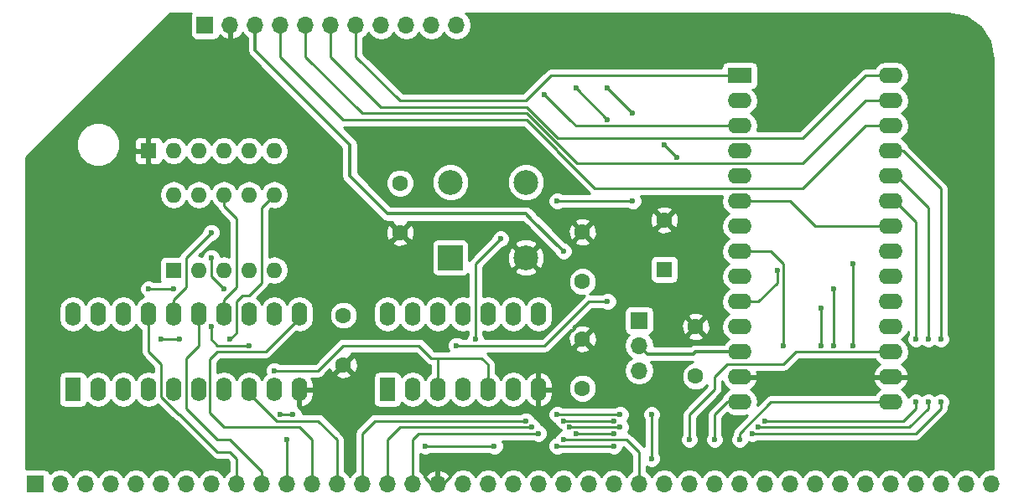
<source format=gtl>
G04 #@! TF.FileFunction,Copper,L1,Top,Signal*
%FSLAX46Y46*%
G04 Gerber Fmt 4.6, Leading zero omitted, Abs format (unit mm)*
G04 Created by KiCad (PCBNEW 4.0.6) date 08/29/17 13:01:26*
%MOMM*%
%LPD*%
G01*
G04 APERTURE LIST*
%ADD10C,0.100000*%
%ADD11R,2.400000X1.600000*%
%ADD12O,2.400000X1.600000*%
%ADD13R,1.700000X1.700000*%
%ADD14O,1.700000X1.700000*%
%ADD15C,1.600000*%
%ADD16R,1.600000X1.600000*%
%ADD17O,1.600000X1.600000*%
%ADD18R,1.600000X2.400000*%
%ADD19O,1.600000X2.400000*%
%ADD20R,2.500000X2.500000*%
%ADD21C,2.500000*%
%ADD22C,0.600000*%
%ADD23C,0.350000*%
%ADD24C,0.250000*%
%ADD25C,0.254000*%
G04 APERTURE END LIST*
D10*
D11*
X152400000Y-83820000D03*
D12*
X167640000Y-116840000D03*
X152400000Y-86360000D03*
X167640000Y-114300000D03*
X152400000Y-88900000D03*
X167640000Y-111760000D03*
X152400000Y-91440000D03*
X167640000Y-109220000D03*
X152400000Y-93980000D03*
X167640000Y-106680000D03*
X152400000Y-96520000D03*
X167640000Y-104140000D03*
X152400000Y-99060000D03*
X167640000Y-101600000D03*
X152400000Y-101600000D03*
X167640000Y-99060000D03*
X152400000Y-104140000D03*
X167640000Y-96520000D03*
X152400000Y-106680000D03*
X167640000Y-93980000D03*
X152400000Y-109220000D03*
X167640000Y-91440000D03*
X152400000Y-111760000D03*
X167640000Y-88900000D03*
X152400000Y-114300000D03*
X167640000Y-86360000D03*
X152400000Y-116840000D03*
X167640000Y-83820000D03*
D13*
X98425000Y-78740000D03*
D14*
X100965000Y-78740000D03*
X103505000Y-78740000D03*
X106045000Y-78740000D03*
X108585000Y-78740000D03*
X111125000Y-78740000D03*
X113665000Y-78740000D03*
X116205000Y-78740000D03*
X118745000Y-78740000D03*
X121285000Y-78740000D03*
X123825000Y-78740000D03*
D15*
X136525000Y-104655000D03*
X136525000Y-99655000D03*
D13*
X142240000Y-108585000D03*
D14*
X142240000Y-111125000D03*
X142240000Y-113665000D03*
D16*
X92710000Y-91440000D03*
D17*
X95250000Y-91440000D03*
X97790000Y-91440000D03*
X100330000Y-91440000D03*
X102870000Y-91440000D03*
X105410000Y-91440000D03*
D16*
X95250000Y-103505000D03*
D17*
X105410000Y-95885000D03*
X97790000Y-103505000D03*
X102870000Y-95885000D03*
X100330000Y-103505000D03*
X100330000Y-95885000D03*
X102870000Y-103505000D03*
X97790000Y-95885000D03*
X105410000Y-103505000D03*
X95250000Y-95885000D03*
D18*
X116840000Y-115570000D03*
D19*
X132080000Y-107950000D03*
X119380000Y-115570000D03*
X129540000Y-107950000D03*
X121920000Y-115570000D03*
X127000000Y-107950000D03*
X124460000Y-115570000D03*
X124460000Y-107950000D03*
X127000000Y-115570000D03*
X121920000Y-107950000D03*
X129540000Y-115570000D03*
X119380000Y-107950000D03*
X132080000Y-115570000D03*
X116840000Y-107950000D03*
D18*
X85090000Y-115570000D03*
D19*
X107950000Y-107950000D03*
X87630000Y-115570000D03*
X105410000Y-107950000D03*
X90170000Y-115570000D03*
X102870000Y-107950000D03*
X92710000Y-115570000D03*
X100330000Y-107950000D03*
X95250000Y-115570000D03*
X97790000Y-107950000D03*
X97790000Y-115570000D03*
X95250000Y-107950000D03*
X100330000Y-115570000D03*
X92710000Y-107950000D03*
X102870000Y-115570000D03*
X90170000Y-107950000D03*
X105410000Y-115570000D03*
X87630000Y-107950000D03*
X107950000Y-115570000D03*
X85090000Y-107950000D03*
D20*
X123190000Y-102235000D03*
D21*
X123190000Y-94615000D03*
X130810000Y-94615000D03*
X130810000Y-102235000D03*
D15*
X147955000Y-114220000D03*
X147955000Y-109220000D03*
X136525000Y-115450000D03*
X136525000Y-110450000D03*
X112395000Y-108070000D03*
X112395000Y-113070000D03*
X118110000Y-94695000D03*
X118110000Y-99695000D03*
D13*
X81280000Y-125095000D03*
D14*
X83820000Y-125095000D03*
X86360000Y-125095000D03*
X88900000Y-125095000D03*
X91440000Y-125095000D03*
X93980000Y-125095000D03*
X96520000Y-125095000D03*
X99060000Y-125095000D03*
X101600000Y-125095000D03*
X104140000Y-125095000D03*
X106680000Y-125095000D03*
X109220000Y-125095000D03*
X111760000Y-125095000D03*
X114300000Y-125095000D03*
X116840000Y-125095000D03*
X119380000Y-125095000D03*
X121920000Y-125095000D03*
X124460000Y-125095000D03*
X127000000Y-125095000D03*
X129540000Y-125095000D03*
X132080000Y-125095000D03*
X134620000Y-125095000D03*
X137160000Y-125095000D03*
X139700000Y-125095000D03*
X142240000Y-125095000D03*
X144780000Y-125095000D03*
X147320000Y-125095000D03*
X149860000Y-125095000D03*
X152400000Y-125095000D03*
X154940000Y-125095000D03*
X157480000Y-125095000D03*
X160020000Y-125095000D03*
X162560000Y-125095000D03*
X165100000Y-125095000D03*
X167640000Y-125095000D03*
X170180000Y-125095000D03*
X172720000Y-125095000D03*
X175260000Y-125095000D03*
X177800000Y-125095000D03*
D16*
X144780000Y-103425000D03*
D15*
X144780000Y-98425000D03*
D22*
X106045000Y-118110000D03*
X107315000Y-118110000D03*
X133985000Y-118110000D03*
X140335000Y-118110000D03*
X143510000Y-122555000D03*
X143510000Y-118110000D03*
X134620000Y-120650000D03*
X134620000Y-101600000D03*
X132715000Y-85725000D03*
X139065000Y-88265000D03*
X135890000Y-85090000D03*
X146050000Y-92075000D03*
X144780000Y-90805000D03*
X141605000Y-87630000D03*
X139065000Y-85090000D03*
X106680000Y-120650000D03*
X134620000Y-118745000D03*
X139700000Y-118745000D03*
X154940000Y-118745000D03*
X170180000Y-116840000D03*
X170180000Y-110490000D03*
X130810000Y-118745000D03*
X140335000Y-119380000D03*
X135255000Y-119380000D03*
X154305000Y-119380000D03*
X171450000Y-116840000D03*
X171450000Y-110490000D03*
X131445000Y-119380000D03*
X135890000Y-120015000D03*
X139700000Y-120015000D03*
X153670000Y-120015000D03*
X172720000Y-116840000D03*
X172720000Y-110490000D03*
X132080000Y-120015000D03*
X133985000Y-121285000D03*
X139700000Y-121285000D03*
X120650000Y-121285000D03*
X127635000Y-121285000D03*
X147320000Y-120650000D03*
X149860000Y-120650000D03*
X152400000Y-120650000D03*
X156845000Y-111125000D03*
X160655000Y-111125000D03*
X160655000Y-107315000D03*
X161925000Y-111125000D03*
X161925000Y-105410000D03*
X163830000Y-111125000D03*
X163830000Y-102870000D03*
X99060000Y-102235000D03*
X100330000Y-105410000D03*
X99060000Y-99695000D03*
X93980000Y-110490000D03*
X95885000Y-110490000D03*
X100965000Y-110490000D03*
X139065000Y-106680000D03*
X123825000Y-111125000D03*
X102870000Y-111125000D03*
X92710000Y-105410000D03*
X95250000Y-105410000D03*
X99060000Y-109220000D03*
X105410000Y-113665000D03*
X125730000Y-110490000D03*
X128270000Y-100330000D03*
X133985000Y-96520000D03*
X141605000Y-96520000D03*
X156210000Y-103505000D03*
D23*
X121920000Y-125095000D02*
X121285000Y-125095000D01*
X121285000Y-125095000D02*
X120650000Y-124460000D01*
X121920000Y-125095000D02*
X122555000Y-125095000D01*
X122555000Y-125095000D02*
X123190000Y-124460000D01*
D24*
X107315000Y-118110000D02*
X106045000Y-118110000D01*
X133985000Y-118110000D02*
X140335000Y-118110000D01*
X143510000Y-118110000D02*
X143510000Y-122555000D01*
X129540000Y-116205000D02*
X129540000Y-115570000D01*
X134620000Y-120650000D02*
X140970000Y-120650000D01*
X142240000Y-121920000D02*
X142240000Y-125095000D01*
X140970000Y-120650000D02*
X142240000Y-121920000D01*
D23*
X134620000Y-101600000D02*
X131445000Y-98425000D01*
X103505000Y-81280000D02*
X103505000Y-78740000D01*
X131445000Y-98425000D02*
X130810000Y-97790000D01*
X130810000Y-97790000D02*
X116840000Y-97790000D01*
X116840000Y-97790000D02*
X113030000Y-93980000D01*
X113030000Y-93980000D02*
X113030000Y-90805000D01*
X113030000Y-90805000D02*
X103505000Y-81280000D01*
D24*
X106045000Y-78740000D02*
X106045000Y-81915000D01*
X112395000Y-88265000D02*
X130882120Y-88265000D01*
X106045000Y-81915000D02*
X112395000Y-88265000D01*
X158750000Y-95250000D02*
X165100000Y-88900000D01*
X130882120Y-88265000D02*
X133985000Y-91367880D01*
X133985000Y-91367880D02*
X133985000Y-91440000D01*
X133985000Y-91440000D02*
X137795000Y-95250000D01*
X137795000Y-95250000D02*
X158750000Y-95250000D01*
X165100000Y-88900000D02*
X167640000Y-88900000D01*
X108585000Y-81915000D02*
X108585000Y-78740000D01*
X130883530Y-87630000D02*
X114300000Y-87630000D01*
X108585000Y-81915000D02*
X114300000Y-87630000D01*
X167640000Y-86360000D02*
X165100000Y-86360000D01*
X165100000Y-86360000D02*
X158750000Y-92710000D01*
X158750000Y-92710000D02*
X135963530Y-92710000D01*
X135963530Y-92710000D02*
X130883530Y-87630000D01*
X111125000Y-81915000D02*
X111125000Y-78740000D01*
X130884940Y-86995000D02*
X116205000Y-86995000D01*
X111125000Y-81915000D02*
X116205000Y-86995000D01*
X167640000Y-83820000D02*
X165100000Y-83820000D01*
X165100000Y-83820000D02*
X158750000Y-90170000D01*
X158750000Y-90170000D02*
X134059940Y-90170000D01*
X134059940Y-90170000D02*
X130884940Y-86995000D01*
X118110000Y-86360000D02*
X130810000Y-86360000D01*
X113665000Y-81915000D02*
X113665000Y-78740000D01*
X113665000Y-81915000D02*
X118110000Y-86360000D01*
X152400000Y-83820000D02*
X133350000Y-83820000D01*
X133350000Y-83820000D02*
X130810000Y-86360000D01*
X135255000Y-88265000D02*
X132715000Y-85725000D01*
X152400000Y-88900000D02*
X135890000Y-88900000D01*
X135255000Y-88265000D02*
X135890000Y-88900000D01*
X135890000Y-85090000D02*
X139065000Y-88265000D01*
X144780000Y-90805000D02*
X146050000Y-92075000D01*
X139065000Y-85090000D02*
X141605000Y-87630000D01*
D23*
X147740001Y-111974999D02*
X147955000Y-111760000D01*
X147955000Y-111760000D02*
X152400000Y-111760000D01*
X142240000Y-111125000D02*
X143089999Y-111974999D01*
X143089999Y-111974999D02*
X147740001Y-111974999D01*
D24*
X93980000Y-116291004D02*
X93980000Y-113030000D01*
X92710000Y-111760000D02*
X93980000Y-113030000D01*
X92710000Y-110490000D02*
X92710000Y-111760000D01*
X101600000Y-125095000D02*
X101600000Y-122555000D01*
X99693590Y-121920000D02*
X95885000Y-118111410D01*
X101600000Y-122555000D02*
X100965000Y-121920000D01*
X100965000Y-121920000D02*
X99693590Y-121920000D01*
X95885000Y-118111410D02*
X95800406Y-118111410D01*
X95800406Y-118111410D02*
X93980000Y-116291004D01*
X92710000Y-110490000D02*
X92710000Y-107950000D01*
X104140000Y-125095000D02*
X104140000Y-123825000D01*
X97790000Y-111125000D02*
X97790000Y-107950000D01*
X96520000Y-112395000D02*
X97790000Y-111125000D01*
X96520000Y-117475000D02*
X96520000Y-112395000D01*
X99695000Y-120650000D02*
X96520000Y-117475000D01*
X100965000Y-120650000D02*
X99695000Y-120650000D01*
X104140000Y-123825000D02*
X100965000Y-120650000D01*
X106680000Y-121920000D02*
X106680000Y-120650000D01*
X106680000Y-125095000D02*
X106680000Y-121920000D01*
X109220000Y-125095000D02*
X109220000Y-120650000D01*
X109220000Y-120650000D02*
X107950000Y-119380000D01*
X107950000Y-119380000D02*
X100330000Y-119380000D01*
X100330000Y-119380000D02*
X98915010Y-117965010D01*
X98915010Y-117965010D02*
X98915010Y-112539990D01*
X98915010Y-112539990D02*
X99695000Y-111760000D01*
X99695000Y-111760000D02*
X104540000Y-111760000D01*
X104540000Y-111760000D02*
X107950000Y-108350000D01*
X107950000Y-108350000D02*
X107950000Y-107950000D01*
X109855000Y-118745000D02*
X105645000Y-118745000D01*
X105645000Y-118745000D02*
X102870000Y-115970000D01*
X102870000Y-115970000D02*
X102870000Y-115570000D01*
X111760000Y-120650000D02*
X109855000Y-118745000D01*
X111760000Y-125095000D02*
X111760000Y-120650000D01*
X134620000Y-118745000D02*
X139700000Y-118745000D01*
X170180000Y-117475000D02*
X170180000Y-116840000D01*
X170180000Y-98660000D02*
X168040000Y-96520000D01*
X170180000Y-110490000D02*
X170180000Y-98660000D01*
X168910000Y-118745000D02*
X170180000Y-117475000D01*
X154940000Y-118745000D02*
X168910000Y-118745000D01*
X114300000Y-120015000D02*
X114300000Y-125095000D01*
X115570000Y-118745000D02*
X114300000Y-120015000D01*
X130810000Y-118745000D02*
X115570000Y-118745000D01*
X168040000Y-96520000D02*
X167640000Y-96520000D01*
X135255000Y-119380000D02*
X140335000Y-119380000D01*
X169545000Y-119380000D02*
X171450000Y-117475000D01*
X169545000Y-119380000D02*
X154305000Y-119380000D01*
X171450000Y-117475000D02*
X171450000Y-116840000D01*
X171450000Y-110490000D02*
X171450000Y-97155000D01*
X171450000Y-97155000D02*
X168275000Y-93980000D01*
X168275000Y-93980000D02*
X167640000Y-93980000D01*
X131445000Y-119380000D02*
X118110000Y-119380000D01*
X116840000Y-120650000D02*
X116840000Y-125095000D01*
X117475000Y-120015000D02*
X116840000Y-120650000D01*
X118110000Y-119380000D02*
X117475000Y-120015000D01*
X167640000Y-93980000D02*
X168040000Y-93980000D01*
X135890000Y-120015000D02*
X139700000Y-120015000D01*
X172720000Y-95885000D02*
X172720000Y-95250000D01*
X172285000Y-117910000D02*
X170180000Y-120015000D01*
X170180000Y-120015000D02*
X161290000Y-120015000D01*
X161290000Y-120015000D02*
X153670000Y-120015000D01*
X172720000Y-117475000D02*
X172720000Y-116840000D01*
X172720000Y-110490000D02*
X172720000Y-95885000D01*
X172285000Y-117910000D02*
X172720000Y-117475000D01*
X172720000Y-95250000D02*
X168910000Y-91440000D01*
X168910000Y-91440000D02*
X167640000Y-91440000D01*
X119380000Y-120650000D02*
X119380000Y-125095000D01*
X120015000Y-120015000D02*
X119380000Y-120650000D01*
X132080000Y-120015000D02*
X120015000Y-120015000D01*
X167640000Y-91440000D02*
X168040000Y-91440000D01*
X133985000Y-121285000D02*
X139700000Y-121285000D01*
X127635000Y-121285000D02*
X120650000Y-121285000D01*
X149860000Y-115570000D02*
X147320000Y-118110000D01*
X158115000Y-111760000D02*
X156845000Y-113030000D01*
X167640000Y-111760000D02*
X158115000Y-111760000D01*
X151130000Y-113030000D02*
X149860000Y-114300000D01*
X149860000Y-114300000D02*
X149860000Y-115570000D01*
X156845000Y-113030000D02*
X151130000Y-113030000D01*
X147320000Y-118110000D02*
X147320000Y-120650000D01*
X152400000Y-116840000D02*
X151130000Y-116840000D01*
X151130000Y-116840000D02*
X149860000Y-118110000D01*
X149860000Y-118110000D02*
X149860000Y-120650000D01*
X152400000Y-120015000D02*
X152400000Y-120650000D01*
X155575000Y-116840000D02*
X152400000Y-120015000D01*
X167640000Y-116840000D02*
X155575000Y-116840000D01*
X155575000Y-101600000D02*
X156845000Y-102870000D01*
X156845000Y-102870000D02*
X156845000Y-111125000D01*
X152800000Y-101600000D02*
X155575000Y-101600000D01*
X152400000Y-101600000D02*
X152800000Y-101600000D01*
X160655000Y-107315000D02*
X160655000Y-111125000D01*
X161925000Y-105410000D02*
X161925000Y-111125000D01*
X163830000Y-102870000D02*
X163830000Y-111125000D01*
X100330000Y-105410000D02*
X99060000Y-104140000D01*
X99060000Y-104140000D02*
X99060000Y-102235000D01*
X101600000Y-98286370D02*
X101600000Y-105230000D01*
X101600000Y-105230000D02*
X100330000Y-106500000D01*
X100330000Y-106500000D02*
X100330000Y-107950000D01*
X100330000Y-95885000D02*
X100330000Y-97016370D01*
X100330000Y-97016370D02*
X101600000Y-98286370D01*
X99060000Y-99695000D02*
X96520000Y-102235000D01*
X96520000Y-102235000D02*
X96520000Y-105230000D01*
X96520000Y-105230000D02*
X95250000Y-106500000D01*
X95250000Y-106500000D02*
X95250000Y-107950000D01*
X95885000Y-110490000D02*
X93980000Y-110490000D01*
X101600000Y-109855000D02*
X100965000Y-110490000D01*
X101600000Y-106680000D02*
X101600000Y-109855000D01*
X102235000Y-106045000D02*
X101600000Y-106680000D01*
X102870000Y-106045000D02*
X102235000Y-106045000D01*
X104140000Y-104775000D02*
X102870000Y-106045000D01*
X105410000Y-95885000D02*
X104140000Y-97155000D01*
X104140000Y-97155000D02*
X104140000Y-104775000D01*
X132715000Y-111125000D02*
X137160000Y-106680000D01*
X137160000Y-106680000D02*
X139065000Y-106680000D01*
X130810000Y-111125000D02*
X132715000Y-111125000D01*
X123825000Y-111125000D02*
X130810000Y-111125000D01*
X121285000Y-112395000D02*
X120015000Y-111125000D01*
X120015000Y-111125000D02*
X118745000Y-111125000D01*
X121920000Y-114300000D02*
X121920000Y-112395000D01*
X121920000Y-112395000D02*
X121285000Y-112395000D01*
X127000000Y-113030000D02*
X126365000Y-112395000D01*
X127000000Y-113030000D02*
X127000000Y-115570000D01*
X126365000Y-112395000D02*
X121920000Y-112395000D01*
X109855000Y-113665000D02*
X112395000Y-111125000D01*
X112395000Y-111125000D02*
X118745000Y-111125000D01*
X92710000Y-105410000D02*
X95250000Y-105410000D01*
X99060000Y-109220000D02*
X99060000Y-110490000D01*
X99695000Y-111125000D02*
X102870000Y-111125000D01*
X99060000Y-110490000D02*
X99695000Y-111125000D01*
X105410000Y-113665000D02*
X109855000Y-113665000D01*
X121920000Y-114300000D02*
X121920000Y-115570000D01*
X128270000Y-100330000D02*
X125730000Y-102870000D01*
X125730000Y-102870000D02*
X125730000Y-110490000D01*
X133985000Y-96520000D02*
X141605000Y-96520000D01*
X152400000Y-96520000D02*
X157480000Y-96520000D01*
X160020000Y-99060000D02*
X167640000Y-99060000D01*
X157480000Y-96520000D02*
X160020000Y-99060000D01*
X152400000Y-106680000D02*
X154305000Y-106680000D01*
X156210000Y-104775000D02*
X154305000Y-106680000D01*
X156210000Y-104775000D02*
X156210000Y-103505000D01*
D25*
G36*
X96978569Y-77638110D02*
X96927560Y-77890000D01*
X96927560Y-79590000D01*
X96971838Y-79825317D01*
X97110910Y-80041441D01*
X97323110Y-80186431D01*
X97575000Y-80237440D01*
X99275000Y-80237440D01*
X99510317Y-80193162D01*
X99726441Y-80054090D01*
X99871431Y-79841890D01*
X99893301Y-79733893D01*
X100198076Y-80011645D01*
X100608110Y-80181476D01*
X100838000Y-80060155D01*
X100838000Y-78867000D01*
X100818000Y-78867000D01*
X100818000Y-78613000D01*
X100838000Y-78613000D01*
X100838000Y-78593000D01*
X101092000Y-78593000D01*
X101092000Y-78613000D01*
X101112000Y-78613000D01*
X101112000Y-78867000D01*
X101092000Y-78867000D01*
X101092000Y-80060155D01*
X101321890Y-80181476D01*
X101731924Y-80011645D01*
X102160183Y-79621358D01*
X102227298Y-79478447D01*
X102454946Y-79819147D01*
X102695000Y-79979546D01*
X102695000Y-81280000D01*
X102756658Y-81589974D01*
X102859104Y-81743295D01*
X102932244Y-81852756D01*
X112220000Y-91140513D01*
X112220000Y-93980000D01*
X112281658Y-94289974D01*
X112441472Y-94529151D01*
X112457244Y-94552756D01*
X116267244Y-98362757D01*
X116530027Y-98538343D01*
X116840000Y-98600000D01*
X117308143Y-98600000D01*
X117281861Y-98687255D01*
X118110000Y-99515395D01*
X118938139Y-98687255D01*
X118911857Y-98600000D01*
X130474488Y-98600000D01*
X130872244Y-98997757D01*
X130872247Y-98997759D01*
X133702571Y-101828084D01*
X133826883Y-102128943D01*
X134089673Y-102392192D01*
X134433201Y-102534838D01*
X134805167Y-102535162D01*
X135148943Y-102393117D01*
X135412192Y-102130327D01*
X135554838Y-101786799D01*
X135555162Y-101414833D01*
X135413117Y-101071057D01*
X135150327Y-100807808D01*
X134847629Y-100682116D01*
X134828258Y-100662745D01*
X135696861Y-100662745D01*
X135770995Y-100908864D01*
X136308223Y-101101965D01*
X136878454Y-101074778D01*
X137279005Y-100908864D01*
X137353139Y-100662745D01*
X136525000Y-99834605D01*
X135696861Y-100662745D01*
X134828258Y-100662745D01*
X133603736Y-99438223D01*
X135078035Y-99438223D01*
X135105222Y-100008454D01*
X135271136Y-100409005D01*
X135517255Y-100483139D01*
X136345395Y-99655000D01*
X136704605Y-99655000D01*
X137532745Y-100483139D01*
X137778864Y-100409005D01*
X137971965Y-99871777D01*
X137951034Y-99432745D01*
X143951861Y-99432745D01*
X144025995Y-99678864D01*
X144563223Y-99871965D01*
X145133454Y-99844778D01*
X145534005Y-99678864D01*
X145608139Y-99432745D01*
X144780000Y-98604605D01*
X143951861Y-99432745D01*
X137951034Y-99432745D01*
X137944778Y-99301546D01*
X137778864Y-98900995D01*
X137532745Y-98826861D01*
X136704605Y-99655000D01*
X136345395Y-99655000D01*
X135517255Y-98826861D01*
X135271136Y-98900995D01*
X135078035Y-99438223D01*
X133603736Y-99438223D01*
X132812768Y-98647255D01*
X135696861Y-98647255D01*
X136525000Y-99475395D01*
X137353139Y-98647255D01*
X137279005Y-98401136D01*
X136742301Y-98208223D01*
X143333035Y-98208223D01*
X143360222Y-98778454D01*
X143526136Y-99179005D01*
X143772255Y-99253139D01*
X144600395Y-98425000D01*
X144959605Y-98425000D01*
X145787745Y-99253139D01*
X146033864Y-99179005D01*
X146226965Y-98641777D01*
X146199778Y-98071546D01*
X146033864Y-97670995D01*
X145787745Y-97596861D01*
X144959605Y-98425000D01*
X144600395Y-98425000D01*
X143772255Y-97596861D01*
X143526136Y-97670995D01*
X143333035Y-98208223D01*
X136742301Y-98208223D01*
X136741777Y-98208035D01*
X136171546Y-98235222D01*
X135770995Y-98401136D01*
X135696861Y-98647255D01*
X132812768Y-98647255D01*
X132017759Y-97852247D01*
X132017757Y-97852244D01*
X131382756Y-97217244D01*
X131313751Y-97171136D01*
X131119974Y-97041658D01*
X130810000Y-96980000D01*
X117175513Y-96980000D01*
X115174700Y-94979187D01*
X116674752Y-94979187D01*
X116892757Y-95506800D01*
X117296077Y-95910824D01*
X117823309Y-96129750D01*
X118394187Y-96130248D01*
X118921800Y-95912243D01*
X119325824Y-95508923D01*
X119542003Y-94988305D01*
X121304674Y-94988305D01*
X121591043Y-95681372D01*
X122120839Y-96212093D01*
X122813405Y-96499672D01*
X123563305Y-96500326D01*
X124256372Y-96213957D01*
X124787093Y-95684161D01*
X125074672Y-94991595D01*
X125074674Y-94988305D01*
X128924674Y-94988305D01*
X129211043Y-95681372D01*
X129740839Y-96212093D01*
X130433405Y-96499672D01*
X131183305Y-96500326D01*
X131876372Y-96213957D01*
X132407093Y-95684161D01*
X132694672Y-94991595D01*
X132695326Y-94241695D01*
X132408957Y-93548628D01*
X131879161Y-93017907D01*
X131186595Y-92730328D01*
X130436695Y-92729674D01*
X129743628Y-93016043D01*
X129212907Y-93545839D01*
X128925328Y-94238405D01*
X128924674Y-94988305D01*
X125074674Y-94988305D01*
X125075326Y-94241695D01*
X124788957Y-93548628D01*
X124259161Y-93017907D01*
X123566595Y-92730328D01*
X122816695Y-92729674D01*
X122123628Y-93016043D01*
X121592907Y-93545839D01*
X121305328Y-94238405D01*
X121304674Y-94988305D01*
X119542003Y-94988305D01*
X119544750Y-94981691D01*
X119545248Y-94410813D01*
X119327243Y-93883200D01*
X118923923Y-93479176D01*
X118396691Y-93260250D01*
X117825813Y-93259752D01*
X117298200Y-93477757D01*
X116894176Y-93881077D01*
X116675250Y-94408309D01*
X116674752Y-94979187D01*
X115174700Y-94979187D01*
X113840000Y-93644488D01*
X113840000Y-90805000D01*
X113778342Y-90495026D01*
X113632031Y-90276057D01*
X113602756Y-90232243D01*
X112395513Y-89025000D01*
X130567318Y-89025000D01*
X133302374Y-91760056D01*
X133447599Y-91977401D01*
X137230198Y-95760000D01*
X134547463Y-95760000D01*
X134515327Y-95727808D01*
X134171799Y-95585162D01*
X133799833Y-95584838D01*
X133456057Y-95726883D01*
X133192808Y-95989673D01*
X133050162Y-96333201D01*
X133049838Y-96705167D01*
X133191883Y-97048943D01*
X133454673Y-97312192D01*
X133798201Y-97454838D01*
X134170167Y-97455162D01*
X134513943Y-97313117D01*
X134547118Y-97280000D01*
X141042537Y-97280000D01*
X141074673Y-97312192D01*
X141418201Y-97454838D01*
X141790167Y-97455162D01*
X141881909Y-97417255D01*
X143951861Y-97417255D01*
X144780000Y-98245395D01*
X145608139Y-97417255D01*
X145534005Y-97171136D01*
X144996777Y-96978035D01*
X144426546Y-97005222D01*
X144025995Y-97171136D01*
X143951861Y-97417255D01*
X141881909Y-97417255D01*
X142133943Y-97313117D01*
X142397192Y-97050327D01*
X142539838Y-96706799D01*
X142540162Y-96334833D01*
X142405944Y-96010000D01*
X150630495Y-96010000D01*
X150529050Y-96520000D01*
X150638283Y-97069151D01*
X150949352Y-97534698D01*
X151331438Y-97790000D01*
X150949352Y-98045302D01*
X150638283Y-98510849D01*
X150529050Y-99060000D01*
X150638283Y-99609151D01*
X150949352Y-100074698D01*
X151331438Y-100330000D01*
X150949352Y-100585302D01*
X150638283Y-101050849D01*
X150529050Y-101600000D01*
X150638283Y-102149151D01*
X150949352Y-102614698D01*
X151331438Y-102870000D01*
X150949352Y-103125302D01*
X150638283Y-103590849D01*
X150529050Y-104140000D01*
X150638283Y-104689151D01*
X150949352Y-105154698D01*
X151331438Y-105410000D01*
X150949352Y-105665302D01*
X150638283Y-106130849D01*
X150529050Y-106680000D01*
X150638283Y-107229151D01*
X150949352Y-107694698D01*
X151331438Y-107950000D01*
X150949352Y-108205302D01*
X150638283Y-108670849D01*
X150529050Y-109220000D01*
X150638283Y-109769151D01*
X150949352Y-110234698D01*
X151331438Y-110490000D01*
X150949352Y-110745302D01*
X150812577Y-110950000D01*
X147955000Y-110950000D01*
X147645027Y-111011657D01*
X147415534Y-111164999D01*
X143746137Y-111164999D01*
X143754093Y-111125000D01*
X143641054Y-110556715D01*
X143421244Y-110227745D01*
X147126861Y-110227745D01*
X147200995Y-110473864D01*
X147738223Y-110666965D01*
X148308454Y-110639778D01*
X148709005Y-110473864D01*
X148783139Y-110227745D01*
X147955000Y-109399605D01*
X147126861Y-110227745D01*
X143421244Y-110227745D01*
X143319147Y-110074946D01*
X143277548Y-110047150D01*
X143325317Y-110038162D01*
X143541441Y-109899090D01*
X143686431Y-109686890D01*
X143737440Y-109435000D01*
X143737440Y-109003223D01*
X146508035Y-109003223D01*
X146535222Y-109573454D01*
X146701136Y-109974005D01*
X146947255Y-110048139D01*
X147775395Y-109220000D01*
X148134605Y-109220000D01*
X148962745Y-110048139D01*
X149208864Y-109974005D01*
X149401965Y-109436777D01*
X149374778Y-108866546D01*
X149208864Y-108465995D01*
X148962745Y-108391861D01*
X148134605Y-109220000D01*
X147775395Y-109220000D01*
X146947255Y-108391861D01*
X146701136Y-108465995D01*
X146508035Y-109003223D01*
X143737440Y-109003223D01*
X143737440Y-108212255D01*
X147126861Y-108212255D01*
X147955000Y-109040395D01*
X148783139Y-108212255D01*
X148709005Y-107966136D01*
X148171777Y-107773035D01*
X147601546Y-107800222D01*
X147200995Y-107966136D01*
X147126861Y-108212255D01*
X143737440Y-108212255D01*
X143737440Y-107735000D01*
X143693162Y-107499683D01*
X143554090Y-107283559D01*
X143341890Y-107138569D01*
X143090000Y-107087560D01*
X141390000Y-107087560D01*
X141154683Y-107131838D01*
X140938559Y-107270910D01*
X140793569Y-107483110D01*
X140742560Y-107735000D01*
X140742560Y-109435000D01*
X140786838Y-109670317D01*
X140925910Y-109886441D01*
X141138110Y-110031431D01*
X141205541Y-110045086D01*
X141160853Y-110074946D01*
X140838946Y-110556715D01*
X140725907Y-111125000D01*
X140838946Y-111693285D01*
X141160853Y-112175054D01*
X141490026Y-112395000D01*
X141160853Y-112614946D01*
X140838946Y-113096715D01*
X140725907Y-113665000D01*
X140838946Y-114233285D01*
X141160853Y-114715054D01*
X141642622Y-115036961D01*
X142210907Y-115150000D01*
X142269093Y-115150000D01*
X142837378Y-115036961D01*
X143319147Y-114715054D01*
X143641054Y-114233285D01*
X143754093Y-113665000D01*
X143641054Y-113096715D01*
X143432773Y-112784999D01*
X147670215Y-112784999D01*
X147143200Y-113002757D01*
X146739176Y-113406077D01*
X146520250Y-113933309D01*
X146519752Y-114504187D01*
X146737757Y-115031800D01*
X147141077Y-115435824D01*
X147668309Y-115654750D01*
X148239187Y-115655248D01*
X148766800Y-115437243D01*
X149100000Y-115104624D01*
X149100000Y-115255198D01*
X146782599Y-117572599D01*
X146617852Y-117819161D01*
X146560000Y-118110000D01*
X146560000Y-120087537D01*
X146527808Y-120119673D01*
X146385162Y-120463201D01*
X146384838Y-120835167D01*
X146526883Y-121178943D01*
X146789673Y-121442192D01*
X147133201Y-121584838D01*
X147505167Y-121585162D01*
X147848943Y-121443117D01*
X148112192Y-121180327D01*
X148254838Y-120836799D01*
X148255162Y-120464833D01*
X148113117Y-120121057D01*
X148080000Y-120087882D01*
X148080000Y-118424802D01*
X150397401Y-116107401D01*
X150562148Y-115860840D01*
X150583479Y-115753603D01*
X150620000Y-115570000D01*
X150620000Y-114705230D01*
X150625633Y-114731819D01*
X150895500Y-115224896D01*
X151327707Y-115572493D01*
X150949352Y-115825302D01*
X150660947Y-116256931D01*
X150592599Y-116302599D01*
X149322599Y-117572599D01*
X149157852Y-117819161D01*
X149100000Y-118110000D01*
X149100000Y-120087537D01*
X149067808Y-120119673D01*
X148925162Y-120463201D01*
X148924838Y-120835167D01*
X149066883Y-121178943D01*
X149329673Y-121442192D01*
X149673201Y-121584838D01*
X150045167Y-121585162D01*
X150388943Y-121443117D01*
X150652192Y-121180327D01*
X150794838Y-120836799D01*
X150795162Y-120464833D01*
X150653117Y-120121057D01*
X150620000Y-120087882D01*
X150620000Y-118424802D01*
X151093672Y-117951130D01*
X151414899Y-118165767D01*
X151964050Y-118275000D01*
X152835950Y-118275000D01*
X153122121Y-118218077D01*
X151862599Y-119477599D01*
X151697852Y-119724161D01*
X151640000Y-120015000D01*
X151640000Y-120087537D01*
X151607808Y-120119673D01*
X151465162Y-120463201D01*
X151464838Y-120835167D01*
X151606883Y-121178943D01*
X151869673Y-121442192D01*
X152213201Y-121584838D01*
X152585167Y-121585162D01*
X152928943Y-121443117D01*
X153192192Y-121180327D01*
X153316622Y-120880668D01*
X153483201Y-120949838D01*
X153855167Y-120950162D01*
X154198943Y-120808117D01*
X154232118Y-120775000D01*
X170180000Y-120775000D01*
X170470839Y-120717148D01*
X170717401Y-120552401D01*
X173257401Y-118012401D01*
X173422148Y-117765839D01*
X173480000Y-117475000D01*
X173480000Y-117402463D01*
X173512192Y-117370327D01*
X173654838Y-117026799D01*
X173655162Y-116654833D01*
X173513117Y-116311057D01*
X173250327Y-116047808D01*
X172906799Y-115905162D01*
X172534833Y-115904838D01*
X172191057Y-116046883D01*
X172085046Y-116152710D01*
X171980327Y-116047808D01*
X171636799Y-115905162D01*
X171264833Y-115904838D01*
X170921057Y-116046883D01*
X170815046Y-116152710D01*
X170710327Y-116047808D01*
X170366799Y-115905162D01*
X169994833Y-115904838D01*
X169651057Y-116046883D01*
X169402537Y-116294970D01*
X169401717Y-116290849D01*
X169090648Y-115825302D01*
X168712293Y-115572493D01*
X169144500Y-115224896D01*
X169414367Y-114731819D01*
X169431904Y-114649039D01*
X169309915Y-114427000D01*
X167767000Y-114427000D01*
X167767000Y-114447000D01*
X167513000Y-114447000D01*
X167513000Y-114427000D01*
X165970085Y-114427000D01*
X165848096Y-114649039D01*
X165865633Y-114731819D01*
X166135500Y-115224896D01*
X166567707Y-115572493D01*
X166189352Y-115825302D01*
X166019168Y-116080000D01*
X155575000Y-116080000D01*
X155284161Y-116137852D01*
X155037599Y-116302599D01*
X154214027Y-117126171D01*
X154270950Y-116840000D01*
X154161717Y-116290849D01*
X153850648Y-115825302D01*
X153472293Y-115572493D01*
X153904500Y-115224896D01*
X154174367Y-114731819D01*
X154191904Y-114649039D01*
X154069915Y-114427000D01*
X152527000Y-114427000D01*
X152527000Y-114447000D01*
X152273000Y-114447000D01*
X152273000Y-114427000D01*
X152253000Y-114427000D01*
X152253000Y-114173000D01*
X152273000Y-114173000D01*
X152273000Y-114153000D01*
X152527000Y-114153000D01*
X152527000Y-114173000D01*
X154069915Y-114173000D01*
X154191904Y-113950961D01*
X154174367Y-113868181D01*
X154131578Y-113790000D01*
X156845000Y-113790000D01*
X157135839Y-113732148D01*
X157382401Y-113567401D01*
X158429802Y-112520000D01*
X166019168Y-112520000D01*
X166189352Y-112774698D01*
X166567707Y-113027507D01*
X166135500Y-113375104D01*
X165865633Y-113868181D01*
X165848096Y-113950961D01*
X165970085Y-114173000D01*
X167513000Y-114173000D01*
X167513000Y-114153000D01*
X167767000Y-114153000D01*
X167767000Y-114173000D01*
X169309915Y-114173000D01*
X169431904Y-113950961D01*
X169414367Y-113868181D01*
X169144500Y-113375104D01*
X168712293Y-113027507D01*
X169090648Y-112774698D01*
X169401717Y-112309151D01*
X169510950Y-111760000D01*
X169401717Y-111210849D01*
X169090648Y-110745302D01*
X168708562Y-110490000D01*
X169090648Y-110234698D01*
X169401717Y-109769151D01*
X169420000Y-109677236D01*
X169420000Y-109927537D01*
X169387808Y-109959673D01*
X169245162Y-110303201D01*
X169244838Y-110675167D01*
X169386883Y-111018943D01*
X169649673Y-111282192D01*
X169993201Y-111424838D01*
X170365167Y-111425162D01*
X170708943Y-111283117D01*
X170814954Y-111177290D01*
X170919673Y-111282192D01*
X171263201Y-111424838D01*
X171635167Y-111425162D01*
X171978943Y-111283117D01*
X172084954Y-111177290D01*
X172189673Y-111282192D01*
X172533201Y-111424838D01*
X172905167Y-111425162D01*
X173248943Y-111283117D01*
X173512192Y-111020327D01*
X173654838Y-110676799D01*
X173655162Y-110304833D01*
X173513117Y-109961057D01*
X173480000Y-109927882D01*
X173480000Y-95250000D01*
X173422148Y-94959161D01*
X173257401Y-94712599D01*
X169447401Y-90902599D01*
X169379054Y-90856931D01*
X169090648Y-90425302D01*
X168708562Y-90170000D01*
X169090648Y-89914698D01*
X169401717Y-89449151D01*
X169510950Y-88900000D01*
X169401717Y-88350849D01*
X169090648Y-87885302D01*
X168708562Y-87630000D01*
X169090648Y-87374698D01*
X169401717Y-86909151D01*
X169510950Y-86360000D01*
X169401717Y-85810849D01*
X169090648Y-85345302D01*
X168708562Y-85090000D01*
X169090648Y-84834698D01*
X169401717Y-84369151D01*
X169510950Y-83820000D01*
X169401717Y-83270849D01*
X169090648Y-82805302D01*
X168625101Y-82494233D01*
X168075950Y-82385000D01*
X167204050Y-82385000D01*
X166654899Y-82494233D01*
X166189352Y-82805302D01*
X166019168Y-83060000D01*
X165100000Y-83060000D01*
X164809161Y-83117852D01*
X164562599Y-83282599D01*
X158435198Y-89410000D01*
X154169505Y-89410000D01*
X154270950Y-88900000D01*
X154161717Y-88350849D01*
X153850648Y-87885302D01*
X153468562Y-87630000D01*
X153850648Y-87374698D01*
X154161717Y-86909151D01*
X154270950Y-86360000D01*
X154161717Y-85810849D01*
X153850648Y-85345302D01*
X153704650Y-85247749D01*
X153835317Y-85223162D01*
X154051441Y-85084090D01*
X154196431Y-84871890D01*
X154247440Y-84620000D01*
X154247440Y-83020000D01*
X154203162Y-82784683D01*
X154064090Y-82568559D01*
X153851890Y-82423569D01*
X153600000Y-82372560D01*
X151200000Y-82372560D01*
X150964683Y-82416838D01*
X150748559Y-82555910D01*
X150603569Y-82768110D01*
X150552560Y-83020000D01*
X150552560Y-83060000D01*
X133350000Y-83060000D01*
X133107414Y-83108254D01*
X133059160Y-83117852D01*
X132812599Y-83282599D01*
X130495198Y-85600000D01*
X118424802Y-85600000D01*
X114425000Y-81600198D01*
X114425000Y-80012954D01*
X114715054Y-79819147D01*
X114935000Y-79489974D01*
X115154946Y-79819147D01*
X115636715Y-80141054D01*
X116205000Y-80254093D01*
X116773285Y-80141054D01*
X117255054Y-79819147D01*
X117475000Y-79489974D01*
X117694946Y-79819147D01*
X118176715Y-80141054D01*
X118745000Y-80254093D01*
X119313285Y-80141054D01*
X119795054Y-79819147D01*
X120015000Y-79489974D01*
X120234946Y-79819147D01*
X120716715Y-80141054D01*
X121285000Y-80254093D01*
X121853285Y-80141054D01*
X122335054Y-79819147D01*
X122555000Y-79489974D01*
X122774946Y-79819147D01*
X123256715Y-80141054D01*
X123825000Y-80254093D01*
X124393285Y-80141054D01*
X124875054Y-79819147D01*
X125196961Y-79337378D01*
X125310000Y-78769093D01*
X125310000Y-78710907D01*
X125196961Y-78142622D01*
X124875054Y-77660853D01*
X124701667Y-77545000D01*
X173453469Y-77545000D01*
X175228673Y-77898110D01*
X176674332Y-78864068D01*
X177640290Y-80309727D01*
X177995000Y-82092971D01*
X177995000Y-123619695D01*
X177800000Y-123580907D01*
X177231715Y-123693946D01*
X176749946Y-124015853D01*
X176530000Y-124345026D01*
X176310054Y-124015853D01*
X175828285Y-123693946D01*
X175260000Y-123580907D01*
X174691715Y-123693946D01*
X174209946Y-124015853D01*
X173990000Y-124345026D01*
X173770054Y-124015853D01*
X173288285Y-123693946D01*
X172720000Y-123580907D01*
X172151715Y-123693946D01*
X171669946Y-124015853D01*
X171450000Y-124345026D01*
X171230054Y-124015853D01*
X170748285Y-123693946D01*
X170180000Y-123580907D01*
X169611715Y-123693946D01*
X169129946Y-124015853D01*
X168910000Y-124345026D01*
X168690054Y-124015853D01*
X168208285Y-123693946D01*
X167640000Y-123580907D01*
X167071715Y-123693946D01*
X166589946Y-124015853D01*
X166370000Y-124345026D01*
X166150054Y-124015853D01*
X165668285Y-123693946D01*
X165100000Y-123580907D01*
X164531715Y-123693946D01*
X164049946Y-124015853D01*
X163830000Y-124345026D01*
X163610054Y-124015853D01*
X163128285Y-123693946D01*
X162560000Y-123580907D01*
X161991715Y-123693946D01*
X161509946Y-124015853D01*
X161290000Y-124345026D01*
X161070054Y-124015853D01*
X160588285Y-123693946D01*
X160020000Y-123580907D01*
X159451715Y-123693946D01*
X158969946Y-124015853D01*
X158750000Y-124345026D01*
X158530054Y-124015853D01*
X158048285Y-123693946D01*
X157480000Y-123580907D01*
X156911715Y-123693946D01*
X156429946Y-124015853D01*
X156210000Y-124345026D01*
X155990054Y-124015853D01*
X155508285Y-123693946D01*
X154940000Y-123580907D01*
X154371715Y-123693946D01*
X153889946Y-124015853D01*
X153670000Y-124345026D01*
X153450054Y-124015853D01*
X152968285Y-123693946D01*
X152400000Y-123580907D01*
X151831715Y-123693946D01*
X151349946Y-124015853D01*
X151130000Y-124345026D01*
X150910054Y-124015853D01*
X150428285Y-123693946D01*
X149860000Y-123580907D01*
X149291715Y-123693946D01*
X148809946Y-124015853D01*
X148590000Y-124345026D01*
X148370054Y-124015853D01*
X147888285Y-123693946D01*
X147320000Y-123580907D01*
X146751715Y-123693946D01*
X146269946Y-124015853D01*
X146050000Y-124345026D01*
X145830054Y-124015853D01*
X145348285Y-123693946D01*
X144780000Y-123580907D01*
X144211715Y-123693946D01*
X143729946Y-124015853D01*
X143510000Y-124345026D01*
X143290054Y-124015853D01*
X143000000Y-123822046D01*
X143000000Y-123355633D01*
X143323201Y-123489838D01*
X143695167Y-123490162D01*
X144038943Y-123348117D01*
X144302192Y-123085327D01*
X144444838Y-122741799D01*
X144445162Y-122369833D01*
X144303117Y-122026057D01*
X144270000Y-121992882D01*
X144270000Y-118672463D01*
X144302192Y-118640327D01*
X144444838Y-118296799D01*
X144445162Y-117924833D01*
X144303117Y-117581057D01*
X144040327Y-117317808D01*
X143696799Y-117175162D01*
X143324833Y-117174838D01*
X142981057Y-117316883D01*
X142717808Y-117579673D01*
X142575162Y-117923201D01*
X142574838Y-118295167D01*
X142716883Y-118638943D01*
X142750000Y-118672118D01*
X142750000Y-121355198D01*
X141507401Y-120112599D01*
X141260839Y-119947852D01*
X141118053Y-119919450D01*
X141127192Y-119910327D01*
X141269838Y-119566799D01*
X141270162Y-119194833D01*
X141128117Y-118851057D01*
X141022290Y-118745046D01*
X141127192Y-118640327D01*
X141269838Y-118296799D01*
X141270162Y-117924833D01*
X141128117Y-117581057D01*
X140865327Y-117317808D01*
X140521799Y-117175162D01*
X140149833Y-117174838D01*
X139806057Y-117316883D01*
X139772882Y-117350000D01*
X134547463Y-117350000D01*
X134515327Y-117317808D01*
X134171799Y-117175162D01*
X133799833Y-117174838D01*
X133456057Y-117316883D01*
X133192808Y-117579673D01*
X133050162Y-117923201D01*
X133049838Y-118295167D01*
X133191883Y-118638943D01*
X133454673Y-118902192D01*
X133718554Y-119011765D01*
X133826883Y-119273943D01*
X134089673Y-119537192D01*
X134353554Y-119646765D01*
X134389432Y-119733597D01*
X134091057Y-119856883D01*
X133827808Y-120119673D01*
X133718235Y-120383554D01*
X133456057Y-120491883D01*
X133192808Y-120754673D01*
X133050162Y-121098201D01*
X133049838Y-121470167D01*
X133191883Y-121813943D01*
X133454673Y-122077192D01*
X133798201Y-122219838D01*
X134170167Y-122220162D01*
X134513943Y-122078117D01*
X134547118Y-122045000D01*
X139137537Y-122045000D01*
X139169673Y-122077192D01*
X139513201Y-122219838D01*
X139885167Y-122220162D01*
X140228943Y-122078117D01*
X140492192Y-121815327D01*
X140634838Y-121471799D01*
X140634892Y-121410000D01*
X140655198Y-121410000D01*
X141480000Y-122234802D01*
X141480000Y-123822046D01*
X141189946Y-124015853D01*
X140970000Y-124345026D01*
X140750054Y-124015853D01*
X140268285Y-123693946D01*
X139700000Y-123580907D01*
X139131715Y-123693946D01*
X138649946Y-124015853D01*
X138430000Y-124345026D01*
X138210054Y-124015853D01*
X137728285Y-123693946D01*
X137160000Y-123580907D01*
X136591715Y-123693946D01*
X136109946Y-124015853D01*
X135890000Y-124345026D01*
X135670054Y-124015853D01*
X135188285Y-123693946D01*
X134620000Y-123580907D01*
X134051715Y-123693946D01*
X133569946Y-124015853D01*
X133350000Y-124345026D01*
X133130054Y-124015853D01*
X132648285Y-123693946D01*
X132080000Y-123580907D01*
X131511715Y-123693946D01*
X131029946Y-124015853D01*
X130810000Y-124345026D01*
X130590054Y-124015853D01*
X130108285Y-123693946D01*
X129540000Y-123580907D01*
X128971715Y-123693946D01*
X128489946Y-124015853D01*
X128270000Y-124345026D01*
X128050054Y-124015853D01*
X127568285Y-123693946D01*
X127000000Y-123580907D01*
X126431715Y-123693946D01*
X125949946Y-124015853D01*
X125730000Y-124345026D01*
X125510054Y-124015853D01*
X125028285Y-123693946D01*
X124460000Y-123580907D01*
X123891715Y-123693946D01*
X123409946Y-124015853D01*
X123182298Y-124356553D01*
X123115183Y-124213642D01*
X122686924Y-123823355D01*
X122276890Y-123653524D01*
X122047000Y-123774845D01*
X122047000Y-124968000D01*
X122067000Y-124968000D01*
X122067000Y-125222000D01*
X122047000Y-125222000D01*
X122047000Y-125242000D01*
X121793000Y-125242000D01*
X121793000Y-125222000D01*
X121773000Y-125222000D01*
X121773000Y-124968000D01*
X121793000Y-124968000D01*
X121793000Y-123774845D01*
X121563110Y-123653524D01*
X121153076Y-123823355D01*
X120724817Y-124213642D01*
X120657702Y-124356553D01*
X120430054Y-124015853D01*
X120140000Y-123822046D01*
X120140000Y-122085633D01*
X120463201Y-122219838D01*
X120835167Y-122220162D01*
X121178943Y-122078117D01*
X121212118Y-122045000D01*
X127072537Y-122045000D01*
X127104673Y-122077192D01*
X127448201Y-122219838D01*
X127820167Y-122220162D01*
X128163943Y-122078117D01*
X128427192Y-121815327D01*
X128569838Y-121471799D01*
X128570162Y-121099833D01*
X128435944Y-120775000D01*
X131517537Y-120775000D01*
X131549673Y-120807192D01*
X131893201Y-120949838D01*
X132265167Y-120950162D01*
X132608943Y-120808117D01*
X132872192Y-120545327D01*
X133014838Y-120201799D01*
X133015162Y-119829833D01*
X132873117Y-119486057D01*
X132610327Y-119222808D01*
X132346446Y-119113235D01*
X132238117Y-118851057D01*
X131975327Y-118587808D01*
X131711446Y-118478235D01*
X131603117Y-118216057D01*
X131340327Y-117952808D01*
X130996799Y-117810162D01*
X130624833Y-117809838D01*
X130281057Y-117951883D01*
X130247882Y-117985000D01*
X115570000Y-117985000D01*
X115279160Y-118042852D01*
X115032599Y-118207599D01*
X113762599Y-119477599D01*
X113597852Y-119724161D01*
X113540000Y-120015000D01*
X113540000Y-123822046D01*
X113249946Y-124015853D01*
X113030000Y-124345026D01*
X112810054Y-124015853D01*
X112520000Y-123822046D01*
X112520000Y-120650000D01*
X112462148Y-120359161D01*
X112297401Y-120112599D01*
X110392401Y-118207599D01*
X110145839Y-118042852D01*
X109855000Y-117985000D01*
X108250110Y-117985000D01*
X108250162Y-117924833D01*
X108108117Y-117581057D01*
X107845327Y-117317808D01*
X107751863Y-117278998D01*
X107823000Y-117239915D01*
X107823000Y-115697000D01*
X108077000Y-115697000D01*
X108077000Y-117239915D01*
X108299039Y-117361904D01*
X108381819Y-117344367D01*
X108874896Y-117074500D01*
X109227166Y-116636483D01*
X109385000Y-116097000D01*
X109385000Y-115697000D01*
X108077000Y-115697000D01*
X107823000Y-115697000D01*
X107803000Y-115697000D01*
X107803000Y-115443000D01*
X107823000Y-115443000D01*
X107823000Y-115423000D01*
X108077000Y-115423000D01*
X108077000Y-115443000D01*
X109385000Y-115443000D01*
X109385000Y-115043000D01*
X109227166Y-114503517D01*
X109164020Y-114425000D01*
X109855000Y-114425000D01*
X110145839Y-114367148D01*
X110392401Y-114202401D01*
X110517057Y-114077745D01*
X111566861Y-114077745D01*
X111640995Y-114323864D01*
X112178223Y-114516965D01*
X112748454Y-114489778D01*
X113149005Y-114323864D01*
X113223139Y-114077745D01*
X112395000Y-113249605D01*
X111566861Y-114077745D01*
X110517057Y-114077745D01*
X111032666Y-113562136D01*
X111141136Y-113824005D01*
X111387255Y-113898139D01*
X112215395Y-113070000D01*
X112574605Y-113070000D01*
X113402745Y-113898139D01*
X113648864Y-113824005D01*
X113841965Y-113286777D01*
X113814778Y-112716546D01*
X113648864Y-112315995D01*
X113402745Y-112241861D01*
X112574605Y-113070000D01*
X112215395Y-113070000D01*
X112201252Y-113055858D01*
X112380858Y-112876252D01*
X112395000Y-112890395D01*
X113223139Y-112062255D01*
X113169748Y-111885000D01*
X119700198Y-111885000D01*
X120747599Y-112932401D01*
X120994160Y-113097148D01*
X121160000Y-113130136D01*
X121160000Y-113949168D01*
X120905302Y-114119352D01*
X120650000Y-114501438D01*
X120394698Y-114119352D01*
X119929151Y-113808283D01*
X119380000Y-113699050D01*
X118830849Y-113808283D01*
X118365302Y-114119352D01*
X118267749Y-114265350D01*
X118243162Y-114134683D01*
X118104090Y-113918559D01*
X117891890Y-113773569D01*
X117640000Y-113722560D01*
X116040000Y-113722560D01*
X115804683Y-113766838D01*
X115588559Y-113905910D01*
X115443569Y-114118110D01*
X115392560Y-114370000D01*
X115392560Y-116770000D01*
X115436838Y-117005317D01*
X115575910Y-117221441D01*
X115788110Y-117366431D01*
X116040000Y-117417440D01*
X117640000Y-117417440D01*
X117875317Y-117373162D01*
X118091441Y-117234090D01*
X118236431Y-117021890D01*
X118266597Y-116872926D01*
X118365302Y-117020648D01*
X118830849Y-117331717D01*
X119380000Y-117440950D01*
X119929151Y-117331717D01*
X120394698Y-117020648D01*
X120650000Y-116638562D01*
X120905302Y-117020648D01*
X121370849Y-117331717D01*
X121920000Y-117440950D01*
X122469151Y-117331717D01*
X122934698Y-117020648D01*
X123190000Y-116638562D01*
X123445302Y-117020648D01*
X123910849Y-117331717D01*
X124460000Y-117440950D01*
X125009151Y-117331717D01*
X125474698Y-117020648D01*
X125730000Y-116638562D01*
X125985302Y-117020648D01*
X126450849Y-117331717D01*
X127000000Y-117440950D01*
X127549151Y-117331717D01*
X128014698Y-117020648D01*
X128270000Y-116638562D01*
X128525302Y-117020648D01*
X128990849Y-117331717D01*
X129540000Y-117440950D01*
X130089151Y-117331717D01*
X130554698Y-117020648D01*
X130807507Y-116642293D01*
X131155104Y-117074500D01*
X131648181Y-117344367D01*
X131730961Y-117361904D01*
X131953000Y-117239915D01*
X131953000Y-115697000D01*
X132207000Y-115697000D01*
X132207000Y-117239915D01*
X132429039Y-117361904D01*
X132511819Y-117344367D01*
X133004896Y-117074500D01*
X133357166Y-116636483D01*
X133515000Y-116097000D01*
X133515000Y-115734187D01*
X135089752Y-115734187D01*
X135307757Y-116261800D01*
X135711077Y-116665824D01*
X136238309Y-116884750D01*
X136809187Y-116885248D01*
X137336800Y-116667243D01*
X137740824Y-116263923D01*
X137959750Y-115736691D01*
X137960248Y-115165813D01*
X137742243Y-114638200D01*
X137338923Y-114234176D01*
X136811691Y-114015250D01*
X136240813Y-114014752D01*
X135713200Y-114232757D01*
X135309176Y-114636077D01*
X135090250Y-115163309D01*
X135089752Y-115734187D01*
X133515000Y-115734187D01*
X133515000Y-115697000D01*
X132207000Y-115697000D01*
X131953000Y-115697000D01*
X131933000Y-115697000D01*
X131933000Y-115443000D01*
X131953000Y-115443000D01*
X131953000Y-113900085D01*
X132207000Y-113900085D01*
X132207000Y-115443000D01*
X133515000Y-115443000D01*
X133515000Y-115043000D01*
X133357166Y-114503517D01*
X133004896Y-114065500D01*
X132511819Y-113795633D01*
X132429039Y-113778096D01*
X132207000Y-113900085D01*
X131953000Y-113900085D01*
X131730961Y-113778096D01*
X131648181Y-113795633D01*
X131155104Y-114065500D01*
X130807507Y-114497707D01*
X130554698Y-114119352D01*
X130089151Y-113808283D01*
X129540000Y-113699050D01*
X128990849Y-113808283D01*
X128525302Y-114119352D01*
X128270000Y-114501438D01*
X128014698Y-114119352D01*
X127760000Y-113949168D01*
X127760000Y-113030000D01*
X127702148Y-112739161D01*
X127537401Y-112492599D01*
X126929802Y-111885000D01*
X132715000Y-111885000D01*
X133005839Y-111827148D01*
X133252401Y-111662401D01*
X133457057Y-111457745D01*
X135696861Y-111457745D01*
X135770995Y-111703864D01*
X136308223Y-111896965D01*
X136878454Y-111869778D01*
X137279005Y-111703864D01*
X137353139Y-111457745D01*
X136525000Y-110629605D01*
X135696861Y-111457745D01*
X133457057Y-111457745D01*
X135405097Y-109509705D01*
X135517253Y-109621861D01*
X135271136Y-109695995D01*
X135078035Y-110233223D01*
X135105222Y-110803454D01*
X135271136Y-111204005D01*
X135517255Y-111278139D01*
X136345395Y-110450000D01*
X136704605Y-110450000D01*
X137532745Y-111278139D01*
X137778864Y-111204005D01*
X137971965Y-110666777D01*
X137944778Y-110096546D01*
X137778864Y-109695995D01*
X137532745Y-109621861D01*
X136704605Y-110450000D01*
X136345395Y-110450000D01*
X136331252Y-110435858D01*
X136510858Y-110256252D01*
X136525000Y-110270395D01*
X137353139Y-109442255D01*
X137279005Y-109196136D01*
X136741777Y-109003035D01*
X136171546Y-109030222D01*
X135770995Y-109196136D01*
X135696861Y-109442253D01*
X135584705Y-109330097D01*
X137474802Y-107440000D01*
X138502537Y-107440000D01*
X138534673Y-107472192D01*
X138878201Y-107614838D01*
X139250167Y-107615162D01*
X139593943Y-107473117D01*
X139857192Y-107210327D01*
X139999838Y-106866799D01*
X140000162Y-106494833D01*
X139858117Y-106151057D01*
X139595327Y-105887808D01*
X139251799Y-105745162D01*
X138879833Y-105744838D01*
X138536057Y-105886883D01*
X138502882Y-105920000D01*
X137221219Y-105920000D01*
X137336800Y-105872243D01*
X137740824Y-105468923D01*
X137959750Y-104941691D01*
X137960248Y-104370813D01*
X137742243Y-103843200D01*
X137338923Y-103439176D01*
X136811691Y-103220250D01*
X136240813Y-103219752D01*
X135713200Y-103437757D01*
X135309176Y-103841077D01*
X135090250Y-104368309D01*
X135089752Y-104939187D01*
X135307757Y-105466800D01*
X135711077Y-105870824D01*
X136238309Y-106089750D01*
X136701089Y-106090154D01*
X136622599Y-106142599D01*
X132400198Y-110365000D01*
X126665110Y-110365000D01*
X126665162Y-110304833D01*
X126523117Y-109961057D01*
X126490000Y-109927882D01*
X126490000Y-109719505D01*
X127000000Y-109820950D01*
X127549151Y-109711717D01*
X128014698Y-109400648D01*
X128270000Y-109018562D01*
X128525302Y-109400648D01*
X128990849Y-109711717D01*
X129540000Y-109820950D01*
X130089151Y-109711717D01*
X130554698Y-109400648D01*
X130810000Y-109018562D01*
X131065302Y-109400648D01*
X131530849Y-109711717D01*
X132080000Y-109820950D01*
X132629151Y-109711717D01*
X133094698Y-109400648D01*
X133405767Y-108935101D01*
X133515000Y-108385950D01*
X133515000Y-107514050D01*
X133405767Y-106964899D01*
X133094698Y-106499352D01*
X132629151Y-106188283D01*
X132080000Y-106079050D01*
X131530849Y-106188283D01*
X131065302Y-106499352D01*
X130810000Y-106881438D01*
X130554698Y-106499352D01*
X130089151Y-106188283D01*
X129540000Y-106079050D01*
X128990849Y-106188283D01*
X128525302Y-106499352D01*
X128270000Y-106881438D01*
X128014698Y-106499352D01*
X127549151Y-106188283D01*
X127000000Y-106079050D01*
X126490000Y-106180495D01*
X126490000Y-103568320D01*
X129656285Y-103568320D01*
X129785533Y-103861123D01*
X130485806Y-104129388D01*
X131235435Y-104109250D01*
X131834467Y-103861123D01*
X131963715Y-103568320D01*
X130810000Y-102414605D01*
X129656285Y-103568320D01*
X126490000Y-103568320D01*
X126490000Y-103184802D01*
X127763996Y-101910806D01*
X128915612Y-101910806D01*
X128935750Y-102660435D01*
X129183877Y-103259467D01*
X129476680Y-103388715D01*
X130630395Y-102235000D01*
X130989605Y-102235000D01*
X132143320Y-103388715D01*
X132436123Y-103259467D01*
X132679178Y-102625000D01*
X143332560Y-102625000D01*
X143332560Y-104225000D01*
X143376838Y-104460317D01*
X143515910Y-104676441D01*
X143728110Y-104821431D01*
X143980000Y-104872440D01*
X145580000Y-104872440D01*
X145815317Y-104828162D01*
X146031441Y-104689090D01*
X146176431Y-104476890D01*
X146227440Y-104225000D01*
X146227440Y-102625000D01*
X146183162Y-102389683D01*
X146044090Y-102173559D01*
X145831890Y-102028569D01*
X145580000Y-101977560D01*
X143980000Y-101977560D01*
X143744683Y-102021838D01*
X143528559Y-102160910D01*
X143383569Y-102373110D01*
X143332560Y-102625000D01*
X132679178Y-102625000D01*
X132704388Y-102559194D01*
X132684250Y-101809565D01*
X132436123Y-101210533D01*
X132143320Y-101081285D01*
X130989605Y-102235000D01*
X130630395Y-102235000D01*
X129476680Y-101081285D01*
X129183877Y-101210533D01*
X128915612Y-101910806D01*
X127763996Y-101910806D01*
X128409680Y-101265122D01*
X128455167Y-101265162D01*
X128798943Y-101123117D01*
X129020766Y-100901680D01*
X129656285Y-100901680D01*
X130810000Y-102055395D01*
X131963715Y-100901680D01*
X131834467Y-100608877D01*
X131134194Y-100340612D01*
X130384565Y-100360750D01*
X129785533Y-100608877D01*
X129656285Y-100901680D01*
X129020766Y-100901680D01*
X129062192Y-100860327D01*
X129204838Y-100516799D01*
X129205162Y-100144833D01*
X129063117Y-99801057D01*
X128800327Y-99537808D01*
X128456799Y-99395162D01*
X128084833Y-99394838D01*
X127741057Y-99536883D01*
X127477808Y-99799673D01*
X127335162Y-100143201D01*
X127335121Y-100190077D01*
X125192599Y-102332599D01*
X125087440Y-102489981D01*
X125087440Y-100985000D01*
X125043162Y-100749683D01*
X124904090Y-100533559D01*
X124691890Y-100388569D01*
X124440000Y-100337560D01*
X121940000Y-100337560D01*
X121704683Y-100381838D01*
X121488559Y-100520910D01*
X121343569Y-100733110D01*
X121292560Y-100985000D01*
X121292560Y-103485000D01*
X121336838Y-103720317D01*
X121475910Y-103936441D01*
X121688110Y-104081431D01*
X121940000Y-104132440D01*
X124440000Y-104132440D01*
X124675317Y-104088162D01*
X124891441Y-103949090D01*
X124970000Y-103834115D01*
X124970000Y-106180495D01*
X124460000Y-106079050D01*
X123910849Y-106188283D01*
X123445302Y-106499352D01*
X123190000Y-106881438D01*
X122934698Y-106499352D01*
X122469151Y-106188283D01*
X121920000Y-106079050D01*
X121370849Y-106188283D01*
X120905302Y-106499352D01*
X120650000Y-106881438D01*
X120394698Y-106499352D01*
X119929151Y-106188283D01*
X119380000Y-106079050D01*
X118830849Y-106188283D01*
X118365302Y-106499352D01*
X118110000Y-106881438D01*
X117854698Y-106499352D01*
X117389151Y-106188283D01*
X116840000Y-106079050D01*
X116290849Y-106188283D01*
X115825302Y-106499352D01*
X115514233Y-106964899D01*
X115405000Y-107514050D01*
X115405000Y-108385950D01*
X115514233Y-108935101D01*
X115825302Y-109400648D01*
X116290849Y-109711717D01*
X116840000Y-109820950D01*
X117389151Y-109711717D01*
X117854698Y-109400648D01*
X118110000Y-109018562D01*
X118365302Y-109400648D01*
X118830849Y-109711717D01*
X119380000Y-109820950D01*
X119929151Y-109711717D01*
X120394698Y-109400648D01*
X120650000Y-109018562D01*
X120905302Y-109400648D01*
X121370849Y-109711717D01*
X121920000Y-109820950D01*
X122469151Y-109711717D01*
X122934698Y-109400648D01*
X123190000Y-109018562D01*
X123445302Y-109400648D01*
X123910849Y-109711717D01*
X124460000Y-109820950D01*
X124970000Y-109719505D01*
X124970000Y-109927537D01*
X124937808Y-109959673D01*
X124795162Y-110303201D01*
X124795108Y-110365000D01*
X124387463Y-110365000D01*
X124355327Y-110332808D01*
X124011799Y-110190162D01*
X123639833Y-110189838D01*
X123296057Y-110331883D01*
X123032808Y-110594673D01*
X122890162Y-110938201D01*
X122889838Y-111310167D01*
X123024056Y-111635000D01*
X121599802Y-111635000D01*
X120552401Y-110587599D01*
X120305839Y-110422852D01*
X120015000Y-110365000D01*
X112395000Y-110365000D01*
X112152414Y-110413254D01*
X112104160Y-110422852D01*
X111857599Y-110587599D01*
X109540198Y-112905000D01*
X105972463Y-112905000D01*
X105940327Y-112872808D01*
X105596799Y-112730162D01*
X105224833Y-112729838D01*
X104881057Y-112871883D01*
X104617808Y-113134673D01*
X104475162Y-113478201D01*
X104474838Y-113850167D01*
X104544791Y-114019467D01*
X104395302Y-114119352D01*
X104140000Y-114501438D01*
X103884698Y-114119352D01*
X103419151Y-113808283D01*
X102870000Y-113699050D01*
X102320849Y-113808283D01*
X101855302Y-114119352D01*
X101600000Y-114501438D01*
X101344698Y-114119352D01*
X100879151Y-113808283D01*
X100330000Y-113699050D01*
X99780849Y-113808283D01*
X99675010Y-113879002D01*
X99675010Y-112854792D01*
X100009802Y-112520000D01*
X104540000Y-112520000D01*
X104830839Y-112462148D01*
X105077401Y-112297401D01*
X107619577Y-109755225D01*
X107950000Y-109820950D01*
X108499151Y-109711717D01*
X108964698Y-109400648D01*
X109275767Y-108935101D01*
X109385000Y-108385950D01*
X109385000Y-108354187D01*
X110959752Y-108354187D01*
X111177757Y-108881800D01*
X111581077Y-109285824D01*
X112108309Y-109504750D01*
X112679187Y-109505248D01*
X113206800Y-109287243D01*
X113610824Y-108883923D01*
X113829750Y-108356691D01*
X113830248Y-107785813D01*
X113612243Y-107258200D01*
X113208923Y-106854176D01*
X112681691Y-106635250D01*
X112110813Y-106634752D01*
X111583200Y-106852757D01*
X111179176Y-107256077D01*
X110960250Y-107783309D01*
X110959752Y-108354187D01*
X109385000Y-108354187D01*
X109385000Y-107514050D01*
X109275767Y-106964899D01*
X108964698Y-106499352D01*
X108499151Y-106188283D01*
X107950000Y-106079050D01*
X107400849Y-106188283D01*
X106935302Y-106499352D01*
X106680000Y-106881438D01*
X106424698Y-106499352D01*
X105959151Y-106188283D01*
X105410000Y-106079050D01*
X104860849Y-106188283D01*
X104395302Y-106499352D01*
X104140000Y-106881438D01*
X103884698Y-106499352D01*
X103648364Y-106341438D01*
X104677401Y-105312401D01*
X104842148Y-105065840D01*
X104882460Y-104863179D01*
X105410000Y-104968113D01*
X105959151Y-104858880D01*
X106424698Y-104547811D01*
X106735767Y-104082264D01*
X106845000Y-103533113D01*
X106845000Y-103476887D01*
X106735767Y-102927736D01*
X106424698Y-102462189D01*
X105959151Y-102151120D01*
X105410000Y-102041887D01*
X104900000Y-102143332D01*
X104900000Y-100702745D01*
X117281861Y-100702745D01*
X117355995Y-100948864D01*
X117893223Y-101141965D01*
X118463454Y-101114778D01*
X118864005Y-100948864D01*
X118938139Y-100702745D01*
X118110000Y-99874605D01*
X117281861Y-100702745D01*
X104900000Y-100702745D01*
X104900000Y-99478223D01*
X116663035Y-99478223D01*
X116690222Y-100048454D01*
X116856136Y-100449005D01*
X117102255Y-100523139D01*
X117930395Y-99695000D01*
X118289605Y-99695000D01*
X119117745Y-100523139D01*
X119363864Y-100449005D01*
X119556965Y-99911777D01*
X119529778Y-99341546D01*
X119363864Y-98940995D01*
X119117745Y-98866861D01*
X118289605Y-99695000D01*
X117930395Y-99695000D01*
X117102255Y-98866861D01*
X116856136Y-98940995D01*
X116663035Y-99478223D01*
X104900000Y-99478223D01*
X104900000Y-97469802D01*
X105086114Y-97283688D01*
X105410000Y-97348113D01*
X105959151Y-97238880D01*
X106424698Y-96927811D01*
X106735767Y-96462264D01*
X106845000Y-95913113D01*
X106845000Y-95856887D01*
X106735767Y-95307736D01*
X106424698Y-94842189D01*
X105959151Y-94531120D01*
X105410000Y-94421887D01*
X104860849Y-94531120D01*
X104395302Y-94842189D01*
X104140000Y-95224275D01*
X103884698Y-94842189D01*
X103419151Y-94531120D01*
X102870000Y-94421887D01*
X102320849Y-94531120D01*
X101855302Y-94842189D01*
X101600000Y-95224275D01*
X101344698Y-94842189D01*
X100879151Y-94531120D01*
X100330000Y-94421887D01*
X99780849Y-94531120D01*
X99315302Y-94842189D01*
X99060000Y-95224275D01*
X98804698Y-94842189D01*
X98339151Y-94531120D01*
X97790000Y-94421887D01*
X97240849Y-94531120D01*
X96775302Y-94842189D01*
X96520000Y-95224275D01*
X96264698Y-94842189D01*
X95799151Y-94531120D01*
X95250000Y-94421887D01*
X94700849Y-94531120D01*
X94235302Y-94842189D01*
X93924233Y-95307736D01*
X93815000Y-95856887D01*
X93815000Y-95913113D01*
X93924233Y-96462264D01*
X94235302Y-96927811D01*
X94700849Y-97238880D01*
X95250000Y-97348113D01*
X95799151Y-97238880D01*
X96264698Y-96927811D01*
X96520000Y-96545725D01*
X96775302Y-96927811D01*
X97240849Y-97238880D01*
X97790000Y-97348113D01*
X98339151Y-97238880D01*
X98804698Y-96927811D01*
X99060000Y-96545725D01*
X99315302Y-96927811D01*
X99588725Y-97110507D01*
X99627852Y-97307209D01*
X99792599Y-97553771D01*
X100840000Y-98601172D01*
X100840000Y-102143332D01*
X100330000Y-102041887D01*
X99995111Y-102108501D01*
X99995162Y-102049833D01*
X99853117Y-101706057D01*
X99590327Y-101442808D01*
X99246799Y-101300162D01*
X98874833Y-101299838D01*
X98531057Y-101441883D01*
X98267808Y-101704673D01*
X98125162Y-102048201D01*
X98125109Y-102108544D01*
X97790000Y-102041887D01*
X97787397Y-102042405D01*
X99199680Y-100630122D01*
X99245167Y-100630162D01*
X99588943Y-100488117D01*
X99852192Y-100225327D01*
X99994838Y-99881799D01*
X99995162Y-99509833D01*
X99853117Y-99166057D01*
X99590327Y-98902808D01*
X99246799Y-98760162D01*
X98874833Y-98759838D01*
X98531057Y-98901883D01*
X98267808Y-99164673D01*
X98125162Y-99508201D01*
X98125121Y-99555077D01*
X95982599Y-101697599D01*
X95817852Y-101944161D01*
X95795295Y-102057560D01*
X94450000Y-102057560D01*
X94214683Y-102101838D01*
X93998559Y-102240910D01*
X93853569Y-102453110D01*
X93802560Y-102705000D01*
X93802560Y-104305000D01*
X93846838Y-104540317D01*
X93917417Y-104650000D01*
X93272463Y-104650000D01*
X93240327Y-104617808D01*
X92896799Y-104475162D01*
X92524833Y-104474838D01*
X92181057Y-104616883D01*
X91917808Y-104879673D01*
X91775162Y-105223201D01*
X91774838Y-105595167D01*
X91916883Y-105938943D01*
X92164970Y-106187463D01*
X92160849Y-106188283D01*
X91695302Y-106499352D01*
X91440000Y-106881438D01*
X91184698Y-106499352D01*
X90719151Y-106188283D01*
X90170000Y-106079050D01*
X89620849Y-106188283D01*
X89155302Y-106499352D01*
X88900000Y-106881438D01*
X88644698Y-106499352D01*
X88179151Y-106188283D01*
X87630000Y-106079050D01*
X87080849Y-106188283D01*
X86615302Y-106499352D01*
X86360000Y-106881438D01*
X86104698Y-106499352D01*
X85639151Y-106188283D01*
X85090000Y-106079050D01*
X84540849Y-106188283D01*
X84075302Y-106499352D01*
X83764233Y-106964899D01*
X83655000Y-107514050D01*
X83655000Y-108385950D01*
X83764233Y-108935101D01*
X84075302Y-109400648D01*
X84540849Y-109711717D01*
X85090000Y-109820950D01*
X85639151Y-109711717D01*
X86104698Y-109400648D01*
X86360000Y-109018562D01*
X86615302Y-109400648D01*
X87080849Y-109711717D01*
X87630000Y-109820950D01*
X88179151Y-109711717D01*
X88644698Y-109400648D01*
X88900000Y-109018562D01*
X89155302Y-109400648D01*
X89620849Y-109711717D01*
X90170000Y-109820950D01*
X90719151Y-109711717D01*
X91184698Y-109400648D01*
X91440000Y-109018562D01*
X91695302Y-109400648D01*
X91950000Y-109570832D01*
X91950000Y-111760000D01*
X92007852Y-112050839D01*
X92172599Y-112297401D01*
X93220000Y-113344802D01*
X93220000Y-113800495D01*
X92710000Y-113699050D01*
X92160849Y-113808283D01*
X91695302Y-114119352D01*
X91440000Y-114501438D01*
X91184698Y-114119352D01*
X90719151Y-113808283D01*
X90170000Y-113699050D01*
X89620849Y-113808283D01*
X89155302Y-114119352D01*
X88900000Y-114501438D01*
X88644698Y-114119352D01*
X88179151Y-113808283D01*
X87630000Y-113699050D01*
X87080849Y-113808283D01*
X86615302Y-114119352D01*
X86517749Y-114265350D01*
X86493162Y-114134683D01*
X86354090Y-113918559D01*
X86141890Y-113773569D01*
X85890000Y-113722560D01*
X84290000Y-113722560D01*
X84054683Y-113766838D01*
X83838559Y-113905910D01*
X83693569Y-114118110D01*
X83642560Y-114370000D01*
X83642560Y-116770000D01*
X83686838Y-117005317D01*
X83825910Y-117221441D01*
X84038110Y-117366431D01*
X84290000Y-117417440D01*
X85890000Y-117417440D01*
X86125317Y-117373162D01*
X86341441Y-117234090D01*
X86486431Y-117021890D01*
X86516597Y-116872926D01*
X86615302Y-117020648D01*
X87080849Y-117331717D01*
X87630000Y-117440950D01*
X88179151Y-117331717D01*
X88644698Y-117020648D01*
X88900000Y-116638562D01*
X89155302Y-117020648D01*
X89620849Y-117331717D01*
X90170000Y-117440950D01*
X90719151Y-117331717D01*
X91184698Y-117020648D01*
X91440000Y-116638562D01*
X91695302Y-117020648D01*
X92160849Y-117331717D01*
X92710000Y-117440950D01*
X93259151Y-117331717D01*
X93670833Y-117056639D01*
X95263005Y-118648811D01*
X95509567Y-118813558D01*
X95513036Y-118814248D01*
X99156189Y-122457401D01*
X99402751Y-122622148D01*
X99693590Y-122680000D01*
X100650198Y-122680000D01*
X100840000Y-122869802D01*
X100840000Y-123822046D01*
X100549946Y-124015853D01*
X100330000Y-124345026D01*
X100110054Y-124015853D01*
X99628285Y-123693946D01*
X99060000Y-123580907D01*
X98491715Y-123693946D01*
X98009946Y-124015853D01*
X97790000Y-124345026D01*
X97570054Y-124015853D01*
X97088285Y-123693946D01*
X96520000Y-123580907D01*
X95951715Y-123693946D01*
X95469946Y-124015853D01*
X95250000Y-124345026D01*
X95030054Y-124015853D01*
X94548285Y-123693946D01*
X93980000Y-123580907D01*
X93411715Y-123693946D01*
X92929946Y-124015853D01*
X92710000Y-124345026D01*
X92490054Y-124015853D01*
X92008285Y-123693946D01*
X91440000Y-123580907D01*
X90871715Y-123693946D01*
X90389946Y-124015853D01*
X90170000Y-124345026D01*
X89950054Y-124015853D01*
X89468285Y-123693946D01*
X88900000Y-123580907D01*
X88331715Y-123693946D01*
X87849946Y-124015853D01*
X87630000Y-124345026D01*
X87410054Y-124015853D01*
X86928285Y-123693946D01*
X86360000Y-123580907D01*
X85791715Y-123693946D01*
X85309946Y-124015853D01*
X85090000Y-124345026D01*
X84870054Y-124015853D01*
X84388285Y-123693946D01*
X83820000Y-123580907D01*
X83251715Y-123693946D01*
X82769946Y-124015853D01*
X82742150Y-124057452D01*
X82733162Y-124009683D01*
X82594090Y-123793559D01*
X82381890Y-123648569D01*
X82130000Y-123597560D01*
X80430000Y-123597560D01*
X80313600Y-123619462D01*
X80313600Y-92140492D01*
X81206472Y-91247619D01*
X85394613Y-91247619D01*
X85734155Y-92069372D01*
X86362321Y-92698636D01*
X87183481Y-93039611D01*
X88072619Y-93040387D01*
X88894372Y-92700845D01*
X89523636Y-92072679D01*
X89667693Y-91725750D01*
X91275000Y-91725750D01*
X91275000Y-92366310D01*
X91371673Y-92599699D01*
X91550302Y-92778327D01*
X91783691Y-92875000D01*
X92424250Y-92875000D01*
X92583000Y-92716250D01*
X92583000Y-91567000D01*
X91433750Y-91567000D01*
X91275000Y-91725750D01*
X89667693Y-91725750D01*
X89864611Y-91251519D01*
X89865254Y-90513690D01*
X91275000Y-90513690D01*
X91275000Y-91154250D01*
X91433750Y-91313000D01*
X92583000Y-91313000D01*
X92583000Y-90163750D01*
X92837000Y-90163750D01*
X92837000Y-91313000D01*
X92857000Y-91313000D01*
X92857000Y-91567000D01*
X92837000Y-91567000D01*
X92837000Y-92716250D01*
X92995750Y-92875000D01*
X93636309Y-92875000D01*
X93869698Y-92778327D01*
X94048327Y-92599699D01*
X94145000Y-92366310D01*
X94145000Y-92361626D01*
X94207189Y-92454698D01*
X94672736Y-92765767D01*
X95221887Y-92875000D01*
X95278113Y-92875000D01*
X95827264Y-92765767D01*
X96292811Y-92454698D01*
X96520000Y-92114686D01*
X96747189Y-92454698D01*
X97212736Y-92765767D01*
X97761887Y-92875000D01*
X97818113Y-92875000D01*
X98367264Y-92765767D01*
X98832811Y-92454698D01*
X99060000Y-92114686D01*
X99287189Y-92454698D01*
X99752736Y-92765767D01*
X100301887Y-92875000D01*
X100358113Y-92875000D01*
X100907264Y-92765767D01*
X101372811Y-92454698D01*
X101600000Y-92114686D01*
X101827189Y-92454698D01*
X102292736Y-92765767D01*
X102841887Y-92875000D01*
X102898113Y-92875000D01*
X103447264Y-92765767D01*
X103912811Y-92454698D01*
X104140000Y-92114686D01*
X104367189Y-92454698D01*
X104832736Y-92765767D01*
X105381887Y-92875000D01*
X105438113Y-92875000D01*
X105987264Y-92765767D01*
X106452811Y-92454698D01*
X106763880Y-91989151D01*
X106873113Y-91440000D01*
X106763880Y-90890849D01*
X106452811Y-90425302D01*
X105987264Y-90114233D01*
X105438113Y-90005000D01*
X105381887Y-90005000D01*
X104832736Y-90114233D01*
X104367189Y-90425302D01*
X104140000Y-90765314D01*
X103912811Y-90425302D01*
X103447264Y-90114233D01*
X102898113Y-90005000D01*
X102841887Y-90005000D01*
X102292736Y-90114233D01*
X101827189Y-90425302D01*
X101600000Y-90765314D01*
X101372811Y-90425302D01*
X100907264Y-90114233D01*
X100358113Y-90005000D01*
X100301887Y-90005000D01*
X99752736Y-90114233D01*
X99287189Y-90425302D01*
X99060000Y-90765314D01*
X98832811Y-90425302D01*
X98367264Y-90114233D01*
X97818113Y-90005000D01*
X97761887Y-90005000D01*
X97212736Y-90114233D01*
X96747189Y-90425302D01*
X96520000Y-90765314D01*
X96292811Y-90425302D01*
X95827264Y-90114233D01*
X95278113Y-90005000D01*
X95221887Y-90005000D01*
X94672736Y-90114233D01*
X94207189Y-90425302D01*
X94145000Y-90518374D01*
X94145000Y-90513690D01*
X94048327Y-90280301D01*
X93869698Y-90101673D01*
X93636309Y-90005000D01*
X92995750Y-90005000D01*
X92837000Y-90163750D01*
X92583000Y-90163750D01*
X92424250Y-90005000D01*
X91783691Y-90005000D01*
X91550302Y-90101673D01*
X91371673Y-90280301D01*
X91275000Y-90513690D01*
X89865254Y-90513690D01*
X89865387Y-90362381D01*
X89525845Y-89540628D01*
X88897679Y-88911364D01*
X88076519Y-88570389D01*
X87187381Y-88569613D01*
X86365628Y-88909155D01*
X85736364Y-89537321D01*
X85395389Y-90358481D01*
X85394613Y-91247619D01*
X81206472Y-91247619D01*
X94909091Y-77545000D01*
X97042188Y-77545000D01*
X96978569Y-77638110D01*
X96978569Y-77638110D01*
G37*
X96978569Y-77638110D02*
X96927560Y-77890000D01*
X96927560Y-79590000D01*
X96971838Y-79825317D01*
X97110910Y-80041441D01*
X97323110Y-80186431D01*
X97575000Y-80237440D01*
X99275000Y-80237440D01*
X99510317Y-80193162D01*
X99726441Y-80054090D01*
X99871431Y-79841890D01*
X99893301Y-79733893D01*
X100198076Y-80011645D01*
X100608110Y-80181476D01*
X100838000Y-80060155D01*
X100838000Y-78867000D01*
X100818000Y-78867000D01*
X100818000Y-78613000D01*
X100838000Y-78613000D01*
X100838000Y-78593000D01*
X101092000Y-78593000D01*
X101092000Y-78613000D01*
X101112000Y-78613000D01*
X101112000Y-78867000D01*
X101092000Y-78867000D01*
X101092000Y-80060155D01*
X101321890Y-80181476D01*
X101731924Y-80011645D01*
X102160183Y-79621358D01*
X102227298Y-79478447D01*
X102454946Y-79819147D01*
X102695000Y-79979546D01*
X102695000Y-81280000D01*
X102756658Y-81589974D01*
X102859104Y-81743295D01*
X102932244Y-81852756D01*
X112220000Y-91140513D01*
X112220000Y-93980000D01*
X112281658Y-94289974D01*
X112441472Y-94529151D01*
X112457244Y-94552756D01*
X116267244Y-98362757D01*
X116530027Y-98538343D01*
X116840000Y-98600000D01*
X117308143Y-98600000D01*
X117281861Y-98687255D01*
X118110000Y-99515395D01*
X118938139Y-98687255D01*
X118911857Y-98600000D01*
X130474488Y-98600000D01*
X130872244Y-98997757D01*
X130872247Y-98997759D01*
X133702571Y-101828084D01*
X133826883Y-102128943D01*
X134089673Y-102392192D01*
X134433201Y-102534838D01*
X134805167Y-102535162D01*
X135148943Y-102393117D01*
X135412192Y-102130327D01*
X135554838Y-101786799D01*
X135555162Y-101414833D01*
X135413117Y-101071057D01*
X135150327Y-100807808D01*
X134847629Y-100682116D01*
X134828258Y-100662745D01*
X135696861Y-100662745D01*
X135770995Y-100908864D01*
X136308223Y-101101965D01*
X136878454Y-101074778D01*
X137279005Y-100908864D01*
X137353139Y-100662745D01*
X136525000Y-99834605D01*
X135696861Y-100662745D01*
X134828258Y-100662745D01*
X133603736Y-99438223D01*
X135078035Y-99438223D01*
X135105222Y-100008454D01*
X135271136Y-100409005D01*
X135517255Y-100483139D01*
X136345395Y-99655000D01*
X136704605Y-99655000D01*
X137532745Y-100483139D01*
X137778864Y-100409005D01*
X137971965Y-99871777D01*
X137951034Y-99432745D01*
X143951861Y-99432745D01*
X144025995Y-99678864D01*
X144563223Y-99871965D01*
X145133454Y-99844778D01*
X145534005Y-99678864D01*
X145608139Y-99432745D01*
X144780000Y-98604605D01*
X143951861Y-99432745D01*
X137951034Y-99432745D01*
X137944778Y-99301546D01*
X137778864Y-98900995D01*
X137532745Y-98826861D01*
X136704605Y-99655000D01*
X136345395Y-99655000D01*
X135517255Y-98826861D01*
X135271136Y-98900995D01*
X135078035Y-99438223D01*
X133603736Y-99438223D01*
X132812768Y-98647255D01*
X135696861Y-98647255D01*
X136525000Y-99475395D01*
X137353139Y-98647255D01*
X137279005Y-98401136D01*
X136742301Y-98208223D01*
X143333035Y-98208223D01*
X143360222Y-98778454D01*
X143526136Y-99179005D01*
X143772255Y-99253139D01*
X144600395Y-98425000D01*
X144959605Y-98425000D01*
X145787745Y-99253139D01*
X146033864Y-99179005D01*
X146226965Y-98641777D01*
X146199778Y-98071546D01*
X146033864Y-97670995D01*
X145787745Y-97596861D01*
X144959605Y-98425000D01*
X144600395Y-98425000D01*
X143772255Y-97596861D01*
X143526136Y-97670995D01*
X143333035Y-98208223D01*
X136742301Y-98208223D01*
X136741777Y-98208035D01*
X136171546Y-98235222D01*
X135770995Y-98401136D01*
X135696861Y-98647255D01*
X132812768Y-98647255D01*
X132017759Y-97852247D01*
X132017757Y-97852244D01*
X131382756Y-97217244D01*
X131313751Y-97171136D01*
X131119974Y-97041658D01*
X130810000Y-96980000D01*
X117175513Y-96980000D01*
X115174700Y-94979187D01*
X116674752Y-94979187D01*
X116892757Y-95506800D01*
X117296077Y-95910824D01*
X117823309Y-96129750D01*
X118394187Y-96130248D01*
X118921800Y-95912243D01*
X119325824Y-95508923D01*
X119542003Y-94988305D01*
X121304674Y-94988305D01*
X121591043Y-95681372D01*
X122120839Y-96212093D01*
X122813405Y-96499672D01*
X123563305Y-96500326D01*
X124256372Y-96213957D01*
X124787093Y-95684161D01*
X125074672Y-94991595D01*
X125074674Y-94988305D01*
X128924674Y-94988305D01*
X129211043Y-95681372D01*
X129740839Y-96212093D01*
X130433405Y-96499672D01*
X131183305Y-96500326D01*
X131876372Y-96213957D01*
X132407093Y-95684161D01*
X132694672Y-94991595D01*
X132695326Y-94241695D01*
X132408957Y-93548628D01*
X131879161Y-93017907D01*
X131186595Y-92730328D01*
X130436695Y-92729674D01*
X129743628Y-93016043D01*
X129212907Y-93545839D01*
X128925328Y-94238405D01*
X128924674Y-94988305D01*
X125074674Y-94988305D01*
X125075326Y-94241695D01*
X124788957Y-93548628D01*
X124259161Y-93017907D01*
X123566595Y-92730328D01*
X122816695Y-92729674D01*
X122123628Y-93016043D01*
X121592907Y-93545839D01*
X121305328Y-94238405D01*
X121304674Y-94988305D01*
X119542003Y-94988305D01*
X119544750Y-94981691D01*
X119545248Y-94410813D01*
X119327243Y-93883200D01*
X118923923Y-93479176D01*
X118396691Y-93260250D01*
X117825813Y-93259752D01*
X117298200Y-93477757D01*
X116894176Y-93881077D01*
X116675250Y-94408309D01*
X116674752Y-94979187D01*
X115174700Y-94979187D01*
X113840000Y-93644488D01*
X113840000Y-90805000D01*
X113778342Y-90495026D01*
X113632031Y-90276057D01*
X113602756Y-90232243D01*
X112395513Y-89025000D01*
X130567318Y-89025000D01*
X133302374Y-91760056D01*
X133447599Y-91977401D01*
X137230198Y-95760000D01*
X134547463Y-95760000D01*
X134515327Y-95727808D01*
X134171799Y-95585162D01*
X133799833Y-95584838D01*
X133456057Y-95726883D01*
X133192808Y-95989673D01*
X133050162Y-96333201D01*
X133049838Y-96705167D01*
X133191883Y-97048943D01*
X133454673Y-97312192D01*
X133798201Y-97454838D01*
X134170167Y-97455162D01*
X134513943Y-97313117D01*
X134547118Y-97280000D01*
X141042537Y-97280000D01*
X141074673Y-97312192D01*
X141418201Y-97454838D01*
X141790167Y-97455162D01*
X141881909Y-97417255D01*
X143951861Y-97417255D01*
X144780000Y-98245395D01*
X145608139Y-97417255D01*
X145534005Y-97171136D01*
X144996777Y-96978035D01*
X144426546Y-97005222D01*
X144025995Y-97171136D01*
X143951861Y-97417255D01*
X141881909Y-97417255D01*
X142133943Y-97313117D01*
X142397192Y-97050327D01*
X142539838Y-96706799D01*
X142540162Y-96334833D01*
X142405944Y-96010000D01*
X150630495Y-96010000D01*
X150529050Y-96520000D01*
X150638283Y-97069151D01*
X150949352Y-97534698D01*
X151331438Y-97790000D01*
X150949352Y-98045302D01*
X150638283Y-98510849D01*
X150529050Y-99060000D01*
X150638283Y-99609151D01*
X150949352Y-100074698D01*
X151331438Y-100330000D01*
X150949352Y-100585302D01*
X150638283Y-101050849D01*
X150529050Y-101600000D01*
X150638283Y-102149151D01*
X150949352Y-102614698D01*
X151331438Y-102870000D01*
X150949352Y-103125302D01*
X150638283Y-103590849D01*
X150529050Y-104140000D01*
X150638283Y-104689151D01*
X150949352Y-105154698D01*
X151331438Y-105410000D01*
X150949352Y-105665302D01*
X150638283Y-106130849D01*
X150529050Y-106680000D01*
X150638283Y-107229151D01*
X150949352Y-107694698D01*
X151331438Y-107950000D01*
X150949352Y-108205302D01*
X150638283Y-108670849D01*
X150529050Y-109220000D01*
X150638283Y-109769151D01*
X150949352Y-110234698D01*
X151331438Y-110490000D01*
X150949352Y-110745302D01*
X150812577Y-110950000D01*
X147955000Y-110950000D01*
X147645027Y-111011657D01*
X147415534Y-111164999D01*
X143746137Y-111164999D01*
X143754093Y-111125000D01*
X143641054Y-110556715D01*
X143421244Y-110227745D01*
X147126861Y-110227745D01*
X147200995Y-110473864D01*
X147738223Y-110666965D01*
X148308454Y-110639778D01*
X148709005Y-110473864D01*
X148783139Y-110227745D01*
X147955000Y-109399605D01*
X147126861Y-110227745D01*
X143421244Y-110227745D01*
X143319147Y-110074946D01*
X143277548Y-110047150D01*
X143325317Y-110038162D01*
X143541441Y-109899090D01*
X143686431Y-109686890D01*
X143737440Y-109435000D01*
X143737440Y-109003223D01*
X146508035Y-109003223D01*
X146535222Y-109573454D01*
X146701136Y-109974005D01*
X146947255Y-110048139D01*
X147775395Y-109220000D01*
X148134605Y-109220000D01*
X148962745Y-110048139D01*
X149208864Y-109974005D01*
X149401965Y-109436777D01*
X149374778Y-108866546D01*
X149208864Y-108465995D01*
X148962745Y-108391861D01*
X148134605Y-109220000D01*
X147775395Y-109220000D01*
X146947255Y-108391861D01*
X146701136Y-108465995D01*
X146508035Y-109003223D01*
X143737440Y-109003223D01*
X143737440Y-108212255D01*
X147126861Y-108212255D01*
X147955000Y-109040395D01*
X148783139Y-108212255D01*
X148709005Y-107966136D01*
X148171777Y-107773035D01*
X147601546Y-107800222D01*
X147200995Y-107966136D01*
X147126861Y-108212255D01*
X143737440Y-108212255D01*
X143737440Y-107735000D01*
X143693162Y-107499683D01*
X143554090Y-107283559D01*
X143341890Y-107138569D01*
X143090000Y-107087560D01*
X141390000Y-107087560D01*
X141154683Y-107131838D01*
X140938559Y-107270910D01*
X140793569Y-107483110D01*
X140742560Y-107735000D01*
X140742560Y-109435000D01*
X140786838Y-109670317D01*
X140925910Y-109886441D01*
X141138110Y-110031431D01*
X141205541Y-110045086D01*
X141160853Y-110074946D01*
X140838946Y-110556715D01*
X140725907Y-111125000D01*
X140838946Y-111693285D01*
X141160853Y-112175054D01*
X141490026Y-112395000D01*
X141160853Y-112614946D01*
X140838946Y-113096715D01*
X140725907Y-113665000D01*
X140838946Y-114233285D01*
X141160853Y-114715054D01*
X141642622Y-115036961D01*
X142210907Y-115150000D01*
X142269093Y-115150000D01*
X142837378Y-115036961D01*
X143319147Y-114715054D01*
X143641054Y-114233285D01*
X143754093Y-113665000D01*
X143641054Y-113096715D01*
X143432773Y-112784999D01*
X147670215Y-112784999D01*
X147143200Y-113002757D01*
X146739176Y-113406077D01*
X146520250Y-113933309D01*
X146519752Y-114504187D01*
X146737757Y-115031800D01*
X147141077Y-115435824D01*
X147668309Y-115654750D01*
X148239187Y-115655248D01*
X148766800Y-115437243D01*
X149100000Y-115104624D01*
X149100000Y-115255198D01*
X146782599Y-117572599D01*
X146617852Y-117819161D01*
X146560000Y-118110000D01*
X146560000Y-120087537D01*
X146527808Y-120119673D01*
X146385162Y-120463201D01*
X146384838Y-120835167D01*
X146526883Y-121178943D01*
X146789673Y-121442192D01*
X147133201Y-121584838D01*
X147505167Y-121585162D01*
X147848943Y-121443117D01*
X148112192Y-121180327D01*
X148254838Y-120836799D01*
X148255162Y-120464833D01*
X148113117Y-120121057D01*
X148080000Y-120087882D01*
X148080000Y-118424802D01*
X150397401Y-116107401D01*
X150562148Y-115860840D01*
X150583479Y-115753603D01*
X150620000Y-115570000D01*
X150620000Y-114705230D01*
X150625633Y-114731819D01*
X150895500Y-115224896D01*
X151327707Y-115572493D01*
X150949352Y-115825302D01*
X150660947Y-116256931D01*
X150592599Y-116302599D01*
X149322599Y-117572599D01*
X149157852Y-117819161D01*
X149100000Y-118110000D01*
X149100000Y-120087537D01*
X149067808Y-120119673D01*
X148925162Y-120463201D01*
X148924838Y-120835167D01*
X149066883Y-121178943D01*
X149329673Y-121442192D01*
X149673201Y-121584838D01*
X150045167Y-121585162D01*
X150388943Y-121443117D01*
X150652192Y-121180327D01*
X150794838Y-120836799D01*
X150795162Y-120464833D01*
X150653117Y-120121057D01*
X150620000Y-120087882D01*
X150620000Y-118424802D01*
X151093672Y-117951130D01*
X151414899Y-118165767D01*
X151964050Y-118275000D01*
X152835950Y-118275000D01*
X153122121Y-118218077D01*
X151862599Y-119477599D01*
X151697852Y-119724161D01*
X151640000Y-120015000D01*
X151640000Y-120087537D01*
X151607808Y-120119673D01*
X151465162Y-120463201D01*
X151464838Y-120835167D01*
X151606883Y-121178943D01*
X151869673Y-121442192D01*
X152213201Y-121584838D01*
X152585167Y-121585162D01*
X152928943Y-121443117D01*
X153192192Y-121180327D01*
X153316622Y-120880668D01*
X153483201Y-120949838D01*
X153855167Y-120950162D01*
X154198943Y-120808117D01*
X154232118Y-120775000D01*
X170180000Y-120775000D01*
X170470839Y-120717148D01*
X170717401Y-120552401D01*
X173257401Y-118012401D01*
X173422148Y-117765839D01*
X173480000Y-117475000D01*
X173480000Y-117402463D01*
X173512192Y-117370327D01*
X173654838Y-117026799D01*
X173655162Y-116654833D01*
X173513117Y-116311057D01*
X173250327Y-116047808D01*
X172906799Y-115905162D01*
X172534833Y-115904838D01*
X172191057Y-116046883D01*
X172085046Y-116152710D01*
X171980327Y-116047808D01*
X171636799Y-115905162D01*
X171264833Y-115904838D01*
X170921057Y-116046883D01*
X170815046Y-116152710D01*
X170710327Y-116047808D01*
X170366799Y-115905162D01*
X169994833Y-115904838D01*
X169651057Y-116046883D01*
X169402537Y-116294970D01*
X169401717Y-116290849D01*
X169090648Y-115825302D01*
X168712293Y-115572493D01*
X169144500Y-115224896D01*
X169414367Y-114731819D01*
X169431904Y-114649039D01*
X169309915Y-114427000D01*
X167767000Y-114427000D01*
X167767000Y-114447000D01*
X167513000Y-114447000D01*
X167513000Y-114427000D01*
X165970085Y-114427000D01*
X165848096Y-114649039D01*
X165865633Y-114731819D01*
X166135500Y-115224896D01*
X166567707Y-115572493D01*
X166189352Y-115825302D01*
X166019168Y-116080000D01*
X155575000Y-116080000D01*
X155284161Y-116137852D01*
X155037599Y-116302599D01*
X154214027Y-117126171D01*
X154270950Y-116840000D01*
X154161717Y-116290849D01*
X153850648Y-115825302D01*
X153472293Y-115572493D01*
X153904500Y-115224896D01*
X154174367Y-114731819D01*
X154191904Y-114649039D01*
X154069915Y-114427000D01*
X152527000Y-114427000D01*
X152527000Y-114447000D01*
X152273000Y-114447000D01*
X152273000Y-114427000D01*
X152253000Y-114427000D01*
X152253000Y-114173000D01*
X152273000Y-114173000D01*
X152273000Y-114153000D01*
X152527000Y-114153000D01*
X152527000Y-114173000D01*
X154069915Y-114173000D01*
X154191904Y-113950961D01*
X154174367Y-113868181D01*
X154131578Y-113790000D01*
X156845000Y-113790000D01*
X157135839Y-113732148D01*
X157382401Y-113567401D01*
X158429802Y-112520000D01*
X166019168Y-112520000D01*
X166189352Y-112774698D01*
X166567707Y-113027507D01*
X166135500Y-113375104D01*
X165865633Y-113868181D01*
X165848096Y-113950961D01*
X165970085Y-114173000D01*
X167513000Y-114173000D01*
X167513000Y-114153000D01*
X167767000Y-114153000D01*
X167767000Y-114173000D01*
X169309915Y-114173000D01*
X169431904Y-113950961D01*
X169414367Y-113868181D01*
X169144500Y-113375104D01*
X168712293Y-113027507D01*
X169090648Y-112774698D01*
X169401717Y-112309151D01*
X169510950Y-111760000D01*
X169401717Y-111210849D01*
X169090648Y-110745302D01*
X168708562Y-110490000D01*
X169090648Y-110234698D01*
X169401717Y-109769151D01*
X169420000Y-109677236D01*
X169420000Y-109927537D01*
X169387808Y-109959673D01*
X169245162Y-110303201D01*
X169244838Y-110675167D01*
X169386883Y-111018943D01*
X169649673Y-111282192D01*
X169993201Y-111424838D01*
X170365167Y-111425162D01*
X170708943Y-111283117D01*
X170814954Y-111177290D01*
X170919673Y-111282192D01*
X171263201Y-111424838D01*
X171635167Y-111425162D01*
X171978943Y-111283117D01*
X172084954Y-111177290D01*
X172189673Y-111282192D01*
X172533201Y-111424838D01*
X172905167Y-111425162D01*
X173248943Y-111283117D01*
X173512192Y-111020327D01*
X173654838Y-110676799D01*
X173655162Y-110304833D01*
X173513117Y-109961057D01*
X173480000Y-109927882D01*
X173480000Y-95250000D01*
X173422148Y-94959161D01*
X173257401Y-94712599D01*
X169447401Y-90902599D01*
X169379054Y-90856931D01*
X169090648Y-90425302D01*
X168708562Y-90170000D01*
X169090648Y-89914698D01*
X169401717Y-89449151D01*
X169510950Y-88900000D01*
X169401717Y-88350849D01*
X169090648Y-87885302D01*
X168708562Y-87630000D01*
X169090648Y-87374698D01*
X169401717Y-86909151D01*
X169510950Y-86360000D01*
X169401717Y-85810849D01*
X169090648Y-85345302D01*
X168708562Y-85090000D01*
X169090648Y-84834698D01*
X169401717Y-84369151D01*
X169510950Y-83820000D01*
X169401717Y-83270849D01*
X169090648Y-82805302D01*
X168625101Y-82494233D01*
X168075950Y-82385000D01*
X167204050Y-82385000D01*
X166654899Y-82494233D01*
X166189352Y-82805302D01*
X166019168Y-83060000D01*
X165100000Y-83060000D01*
X164809161Y-83117852D01*
X164562599Y-83282599D01*
X158435198Y-89410000D01*
X154169505Y-89410000D01*
X154270950Y-88900000D01*
X154161717Y-88350849D01*
X153850648Y-87885302D01*
X153468562Y-87630000D01*
X153850648Y-87374698D01*
X154161717Y-86909151D01*
X154270950Y-86360000D01*
X154161717Y-85810849D01*
X153850648Y-85345302D01*
X153704650Y-85247749D01*
X153835317Y-85223162D01*
X154051441Y-85084090D01*
X154196431Y-84871890D01*
X154247440Y-84620000D01*
X154247440Y-83020000D01*
X154203162Y-82784683D01*
X154064090Y-82568559D01*
X153851890Y-82423569D01*
X153600000Y-82372560D01*
X151200000Y-82372560D01*
X150964683Y-82416838D01*
X150748559Y-82555910D01*
X150603569Y-82768110D01*
X150552560Y-83020000D01*
X150552560Y-83060000D01*
X133350000Y-83060000D01*
X133107414Y-83108254D01*
X133059160Y-83117852D01*
X132812599Y-83282599D01*
X130495198Y-85600000D01*
X118424802Y-85600000D01*
X114425000Y-81600198D01*
X114425000Y-80012954D01*
X114715054Y-79819147D01*
X114935000Y-79489974D01*
X115154946Y-79819147D01*
X115636715Y-80141054D01*
X116205000Y-80254093D01*
X116773285Y-80141054D01*
X117255054Y-79819147D01*
X117475000Y-79489974D01*
X117694946Y-79819147D01*
X118176715Y-80141054D01*
X118745000Y-80254093D01*
X119313285Y-80141054D01*
X119795054Y-79819147D01*
X120015000Y-79489974D01*
X120234946Y-79819147D01*
X120716715Y-80141054D01*
X121285000Y-80254093D01*
X121853285Y-80141054D01*
X122335054Y-79819147D01*
X122555000Y-79489974D01*
X122774946Y-79819147D01*
X123256715Y-80141054D01*
X123825000Y-80254093D01*
X124393285Y-80141054D01*
X124875054Y-79819147D01*
X125196961Y-79337378D01*
X125310000Y-78769093D01*
X125310000Y-78710907D01*
X125196961Y-78142622D01*
X124875054Y-77660853D01*
X124701667Y-77545000D01*
X173453469Y-77545000D01*
X175228673Y-77898110D01*
X176674332Y-78864068D01*
X177640290Y-80309727D01*
X177995000Y-82092971D01*
X177995000Y-123619695D01*
X177800000Y-123580907D01*
X177231715Y-123693946D01*
X176749946Y-124015853D01*
X176530000Y-124345026D01*
X176310054Y-124015853D01*
X175828285Y-123693946D01*
X175260000Y-123580907D01*
X174691715Y-123693946D01*
X174209946Y-124015853D01*
X173990000Y-124345026D01*
X173770054Y-124015853D01*
X173288285Y-123693946D01*
X172720000Y-123580907D01*
X172151715Y-123693946D01*
X171669946Y-124015853D01*
X171450000Y-124345026D01*
X171230054Y-124015853D01*
X170748285Y-123693946D01*
X170180000Y-123580907D01*
X169611715Y-123693946D01*
X169129946Y-124015853D01*
X168910000Y-124345026D01*
X168690054Y-124015853D01*
X168208285Y-123693946D01*
X167640000Y-123580907D01*
X167071715Y-123693946D01*
X166589946Y-124015853D01*
X166370000Y-124345026D01*
X166150054Y-124015853D01*
X165668285Y-123693946D01*
X165100000Y-123580907D01*
X164531715Y-123693946D01*
X164049946Y-124015853D01*
X163830000Y-124345026D01*
X163610054Y-124015853D01*
X163128285Y-123693946D01*
X162560000Y-123580907D01*
X161991715Y-123693946D01*
X161509946Y-124015853D01*
X161290000Y-124345026D01*
X161070054Y-124015853D01*
X160588285Y-123693946D01*
X160020000Y-123580907D01*
X159451715Y-123693946D01*
X158969946Y-124015853D01*
X158750000Y-124345026D01*
X158530054Y-124015853D01*
X158048285Y-123693946D01*
X157480000Y-123580907D01*
X156911715Y-123693946D01*
X156429946Y-124015853D01*
X156210000Y-124345026D01*
X155990054Y-124015853D01*
X155508285Y-123693946D01*
X154940000Y-123580907D01*
X154371715Y-123693946D01*
X153889946Y-124015853D01*
X153670000Y-124345026D01*
X153450054Y-124015853D01*
X152968285Y-123693946D01*
X152400000Y-123580907D01*
X151831715Y-123693946D01*
X151349946Y-124015853D01*
X151130000Y-124345026D01*
X150910054Y-124015853D01*
X150428285Y-123693946D01*
X149860000Y-123580907D01*
X149291715Y-123693946D01*
X148809946Y-124015853D01*
X148590000Y-124345026D01*
X148370054Y-124015853D01*
X147888285Y-123693946D01*
X147320000Y-123580907D01*
X146751715Y-123693946D01*
X146269946Y-124015853D01*
X146050000Y-124345026D01*
X145830054Y-124015853D01*
X145348285Y-123693946D01*
X144780000Y-123580907D01*
X144211715Y-123693946D01*
X143729946Y-124015853D01*
X143510000Y-124345026D01*
X143290054Y-124015853D01*
X143000000Y-123822046D01*
X143000000Y-123355633D01*
X143323201Y-123489838D01*
X143695167Y-123490162D01*
X144038943Y-123348117D01*
X144302192Y-123085327D01*
X144444838Y-122741799D01*
X144445162Y-122369833D01*
X144303117Y-122026057D01*
X144270000Y-121992882D01*
X144270000Y-118672463D01*
X144302192Y-118640327D01*
X144444838Y-118296799D01*
X144445162Y-117924833D01*
X144303117Y-117581057D01*
X144040327Y-117317808D01*
X143696799Y-117175162D01*
X143324833Y-117174838D01*
X142981057Y-117316883D01*
X142717808Y-117579673D01*
X142575162Y-117923201D01*
X142574838Y-118295167D01*
X142716883Y-118638943D01*
X142750000Y-118672118D01*
X142750000Y-121355198D01*
X141507401Y-120112599D01*
X141260839Y-119947852D01*
X141118053Y-119919450D01*
X141127192Y-119910327D01*
X141269838Y-119566799D01*
X141270162Y-119194833D01*
X141128117Y-118851057D01*
X141022290Y-118745046D01*
X141127192Y-118640327D01*
X141269838Y-118296799D01*
X141270162Y-117924833D01*
X141128117Y-117581057D01*
X140865327Y-117317808D01*
X140521799Y-117175162D01*
X140149833Y-117174838D01*
X139806057Y-117316883D01*
X139772882Y-117350000D01*
X134547463Y-117350000D01*
X134515327Y-117317808D01*
X134171799Y-117175162D01*
X133799833Y-117174838D01*
X133456057Y-117316883D01*
X133192808Y-117579673D01*
X133050162Y-117923201D01*
X133049838Y-118295167D01*
X133191883Y-118638943D01*
X133454673Y-118902192D01*
X133718554Y-119011765D01*
X133826883Y-119273943D01*
X134089673Y-119537192D01*
X134353554Y-119646765D01*
X134389432Y-119733597D01*
X134091057Y-119856883D01*
X133827808Y-120119673D01*
X133718235Y-120383554D01*
X133456057Y-120491883D01*
X133192808Y-120754673D01*
X133050162Y-121098201D01*
X133049838Y-121470167D01*
X133191883Y-121813943D01*
X133454673Y-122077192D01*
X133798201Y-122219838D01*
X134170167Y-122220162D01*
X134513943Y-122078117D01*
X134547118Y-122045000D01*
X139137537Y-122045000D01*
X139169673Y-122077192D01*
X139513201Y-122219838D01*
X139885167Y-122220162D01*
X140228943Y-122078117D01*
X140492192Y-121815327D01*
X140634838Y-121471799D01*
X140634892Y-121410000D01*
X140655198Y-121410000D01*
X141480000Y-122234802D01*
X141480000Y-123822046D01*
X141189946Y-124015853D01*
X140970000Y-124345026D01*
X140750054Y-124015853D01*
X140268285Y-123693946D01*
X139700000Y-123580907D01*
X139131715Y-123693946D01*
X138649946Y-124015853D01*
X138430000Y-124345026D01*
X138210054Y-124015853D01*
X137728285Y-123693946D01*
X137160000Y-123580907D01*
X136591715Y-123693946D01*
X136109946Y-124015853D01*
X135890000Y-124345026D01*
X135670054Y-124015853D01*
X135188285Y-123693946D01*
X134620000Y-123580907D01*
X134051715Y-123693946D01*
X133569946Y-124015853D01*
X133350000Y-124345026D01*
X133130054Y-124015853D01*
X132648285Y-123693946D01*
X132080000Y-123580907D01*
X131511715Y-123693946D01*
X131029946Y-124015853D01*
X130810000Y-124345026D01*
X130590054Y-124015853D01*
X130108285Y-123693946D01*
X129540000Y-123580907D01*
X128971715Y-123693946D01*
X128489946Y-124015853D01*
X128270000Y-124345026D01*
X128050054Y-124015853D01*
X127568285Y-123693946D01*
X127000000Y-123580907D01*
X126431715Y-123693946D01*
X125949946Y-124015853D01*
X125730000Y-124345026D01*
X125510054Y-124015853D01*
X125028285Y-123693946D01*
X124460000Y-123580907D01*
X123891715Y-123693946D01*
X123409946Y-124015853D01*
X123182298Y-124356553D01*
X123115183Y-124213642D01*
X122686924Y-123823355D01*
X122276890Y-123653524D01*
X122047000Y-123774845D01*
X122047000Y-124968000D01*
X122067000Y-124968000D01*
X122067000Y-125222000D01*
X122047000Y-125222000D01*
X122047000Y-125242000D01*
X121793000Y-125242000D01*
X121793000Y-125222000D01*
X121773000Y-125222000D01*
X121773000Y-124968000D01*
X121793000Y-124968000D01*
X121793000Y-123774845D01*
X121563110Y-123653524D01*
X121153076Y-123823355D01*
X120724817Y-124213642D01*
X120657702Y-124356553D01*
X120430054Y-124015853D01*
X120140000Y-123822046D01*
X120140000Y-122085633D01*
X120463201Y-122219838D01*
X120835167Y-122220162D01*
X121178943Y-122078117D01*
X121212118Y-122045000D01*
X127072537Y-122045000D01*
X127104673Y-122077192D01*
X127448201Y-122219838D01*
X127820167Y-122220162D01*
X128163943Y-122078117D01*
X128427192Y-121815327D01*
X128569838Y-121471799D01*
X128570162Y-121099833D01*
X128435944Y-120775000D01*
X131517537Y-120775000D01*
X131549673Y-120807192D01*
X131893201Y-120949838D01*
X132265167Y-120950162D01*
X132608943Y-120808117D01*
X132872192Y-120545327D01*
X133014838Y-120201799D01*
X133015162Y-119829833D01*
X132873117Y-119486057D01*
X132610327Y-119222808D01*
X132346446Y-119113235D01*
X132238117Y-118851057D01*
X131975327Y-118587808D01*
X131711446Y-118478235D01*
X131603117Y-118216057D01*
X131340327Y-117952808D01*
X130996799Y-117810162D01*
X130624833Y-117809838D01*
X130281057Y-117951883D01*
X130247882Y-117985000D01*
X115570000Y-117985000D01*
X115279160Y-118042852D01*
X115032599Y-118207599D01*
X113762599Y-119477599D01*
X113597852Y-119724161D01*
X113540000Y-120015000D01*
X113540000Y-123822046D01*
X113249946Y-124015853D01*
X113030000Y-124345026D01*
X112810054Y-124015853D01*
X112520000Y-123822046D01*
X112520000Y-120650000D01*
X112462148Y-120359161D01*
X112297401Y-120112599D01*
X110392401Y-118207599D01*
X110145839Y-118042852D01*
X109855000Y-117985000D01*
X108250110Y-117985000D01*
X108250162Y-117924833D01*
X108108117Y-117581057D01*
X107845327Y-117317808D01*
X107751863Y-117278998D01*
X107823000Y-117239915D01*
X107823000Y-115697000D01*
X108077000Y-115697000D01*
X108077000Y-117239915D01*
X108299039Y-117361904D01*
X108381819Y-117344367D01*
X108874896Y-117074500D01*
X109227166Y-116636483D01*
X109385000Y-116097000D01*
X109385000Y-115697000D01*
X108077000Y-115697000D01*
X107823000Y-115697000D01*
X107803000Y-115697000D01*
X107803000Y-115443000D01*
X107823000Y-115443000D01*
X107823000Y-115423000D01*
X108077000Y-115423000D01*
X108077000Y-115443000D01*
X109385000Y-115443000D01*
X109385000Y-115043000D01*
X109227166Y-114503517D01*
X109164020Y-114425000D01*
X109855000Y-114425000D01*
X110145839Y-114367148D01*
X110392401Y-114202401D01*
X110517057Y-114077745D01*
X111566861Y-114077745D01*
X111640995Y-114323864D01*
X112178223Y-114516965D01*
X112748454Y-114489778D01*
X113149005Y-114323864D01*
X113223139Y-114077745D01*
X112395000Y-113249605D01*
X111566861Y-114077745D01*
X110517057Y-114077745D01*
X111032666Y-113562136D01*
X111141136Y-113824005D01*
X111387255Y-113898139D01*
X112215395Y-113070000D01*
X112574605Y-113070000D01*
X113402745Y-113898139D01*
X113648864Y-113824005D01*
X113841965Y-113286777D01*
X113814778Y-112716546D01*
X113648864Y-112315995D01*
X113402745Y-112241861D01*
X112574605Y-113070000D01*
X112215395Y-113070000D01*
X112201252Y-113055858D01*
X112380858Y-112876252D01*
X112395000Y-112890395D01*
X113223139Y-112062255D01*
X113169748Y-111885000D01*
X119700198Y-111885000D01*
X120747599Y-112932401D01*
X120994160Y-113097148D01*
X121160000Y-113130136D01*
X121160000Y-113949168D01*
X120905302Y-114119352D01*
X120650000Y-114501438D01*
X120394698Y-114119352D01*
X119929151Y-113808283D01*
X119380000Y-113699050D01*
X118830849Y-113808283D01*
X118365302Y-114119352D01*
X118267749Y-114265350D01*
X118243162Y-114134683D01*
X118104090Y-113918559D01*
X117891890Y-113773569D01*
X117640000Y-113722560D01*
X116040000Y-113722560D01*
X115804683Y-113766838D01*
X115588559Y-113905910D01*
X115443569Y-114118110D01*
X115392560Y-114370000D01*
X115392560Y-116770000D01*
X115436838Y-117005317D01*
X115575910Y-117221441D01*
X115788110Y-117366431D01*
X116040000Y-117417440D01*
X117640000Y-117417440D01*
X117875317Y-117373162D01*
X118091441Y-117234090D01*
X118236431Y-117021890D01*
X118266597Y-116872926D01*
X118365302Y-117020648D01*
X118830849Y-117331717D01*
X119380000Y-117440950D01*
X119929151Y-117331717D01*
X120394698Y-117020648D01*
X120650000Y-116638562D01*
X120905302Y-117020648D01*
X121370849Y-117331717D01*
X121920000Y-117440950D01*
X122469151Y-117331717D01*
X122934698Y-117020648D01*
X123190000Y-116638562D01*
X123445302Y-117020648D01*
X123910849Y-117331717D01*
X124460000Y-117440950D01*
X125009151Y-117331717D01*
X125474698Y-117020648D01*
X125730000Y-116638562D01*
X125985302Y-117020648D01*
X126450849Y-117331717D01*
X127000000Y-117440950D01*
X127549151Y-117331717D01*
X128014698Y-117020648D01*
X128270000Y-116638562D01*
X128525302Y-117020648D01*
X128990849Y-117331717D01*
X129540000Y-117440950D01*
X130089151Y-117331717D01*
X130554698Y-117020648D01*
X130807507Y-116642293D01*
X131155104Y-117074500D01*
X131648181Y-117344367D01*
X131730961Y-117361904D01*
X131953000Y-117239915D01*
X131953000Y-115697000D01*
X132207000Y-115697000D01*
X132207000Y-117239915D01*
X132429039Y-117361904D01*
X132511819Y-117344367D01*
X133004896Y-117074500D01*
X133357166Y-116636483D01*
X133515000Y-116097000D01*
X133515000Y-115734187D01*
X135089752Y-115734187D01*
X135307757Y-116261800D01*
X135711077Y-116665824D01*
X136238309Y-116884750D01*
X136809187Y-116885248D01*
X137336800Y-116667243D01*
X137740824Y-116263923D01*
X137959750Y-115736691D01*
X137960248Y-115165813D01*
X137742243Y-114638200D01*
X137338923Y-114234176D01*
X136811691Y-114015250D01*
X136240813Y-114014752D01*
X135713200Y-114232757D01*
X135309176Y-114636077D01*
X135090250Y-115163309D01*
X135089752Y-115734187D01*
X133515000Y-115734187D01*
X133515000Y-115697000D01*
X132207000Y-115697000D01*
X131953000Y-115697000D01*
X131933000Y-115697000D01*
X131933000Y-115443000D01*
X131953000Y-115443000D01*
X131953000Y-113900085D01*
X132207000Y-113900085D01*
X132207000Y-115443000D01*
X133515000Y-115443000D01*
X133515000Y-115043000D01*
X133357166Y-114503517D01*
X133004896Y-114065500D01*
X132511819Y-113795633D01*
X132429039Y-113778096D01*
X132207000Y-113900085D01*
X131953000Y-113900085D01*
X131730961Y-113778096D01*
X131648181Y-113795633D01*
X131155104Y-114065500D01*
X130807507Y-114497707D01*
X130554698Y-114119352D01*
X130089151Y-113808283D01*
X129540000Y-113699050D01*
X128990849Y-113808283D01*
X128525302Y-114119352D01*
X128270000Y-114501438D01*
X128014698Y-114119352D01*
X127760000Y-113949168D01*
X127760000Y-113030000D01*
X127702148Y-112739161D01*
X127537401Y-112492599D01*
X126929802Y-111885000D01*
X132715000Y-111885000D01*
X133005839Y-111827148D01*
X133252401Y-111662401D01*
X133457057Y-111457745D01*
X135696861Y-111457745D01*
X135770995Y-111703864D01*
X136308223Y-111896965D01*
X136878454Y-111869778D01*
X137279005Y-111703864D01*
X137353139Y-111457745D01*
X136525000Y-110629605D01*
X135696861Y-111457745D01*
X133457057Y-111457745D01*
X135405097Y-109509705D01*
X135517253Y-109621861D01*
X135271136Y-109695995D01*
X135078035Y-110233223D01*
X135105222Y-110803454D01*
X135271136Y-111204005D01*
X135517255Y-111278139D01*
X136345395Y-110450000D01*
X136704605Y-110450000D01*
X137532745Y-111278139D01*
X137778864Y-111204005D01*
X137971965Y-110666777D01*
X137944778Y-110096546D01*
X137778864Y-109695995D01*
X137532745Y-109621861D01*
X136704605Y-110450000D01*
X136345395Y-110450000D01*
X136331252Y-110435858D01*
X136510858Y-110256252D01*
X136525000Y-110270395D01*
X137353139Y-109442255D01*
X137279005Y-109196136D01*
X136741777Y-109003035D01*
X136171546Y-109030222D01*
X135770995Y-109196136D01*
X135696861Y-109442253D01*
X135584705Y-109330097D01*
X137474802Y-107440000D01*
X138502537Y-107440000D01*
X138534673Y-107472192D01*
X138878201Y-107614838D01*
X139250167Y-107615162D01*
X139593943Y-107473117D01*
X139857192Y-107210327D01*
X139999838Y-106866799D01*
X140000162Y-106494833D01*
X139858117Y-106151057D01*
X139595327Y-105887808D01*
X139251799Y-105745162D01*
X138879833Y-105744838D01*
X138536057Y-105886883D01*
X138502882Y-105920000D01*
X137221219Y-105920000D01*
X137336800Y-105872243D01*
X137740824Y-105468923D01*
X137959750Y-104941691D01*
X137960248Y-104370813D01*
X137742243Y-103843200D01*
X137338923Y-103439176D01*
X136811691Y-103220250D01*
X136240813Y-103219752D01*
X135713200Y-103437757D01*
X135309176Y-103841077D01*
X135090250Y-104368309D01*
X135089752Y-104939187D01*
X135307757Y-105466800D01*
X135711077Y-105870824D01*
X136238309Y-106089750D01*
X136701089Y-106090154D01*
X136622599Y-106142599D01*
X132400198Y-110365000D01*
X126665110Y-110365000D01*
X126665162Y-110304833D01*
X126523117Y-109961057D01*
X126490000Y-109927882D01*
X126490000Y-109719505D01*
X127000000Y-109820950D01*
X127549151Y-109711717D01*
X128014698Y-109400648D01*
X128270000Y-109018562D01*
X128525302Y-109400648D01*
X128990849Y-109711717D01*
X129540000Y-109820950D01*
X130089151Y-109711717D01*
X130554698Y-109400648D01*
X130810000Y-109018562D01*
X131065302Y-109400648D01*
X131530849Y-109711717D01*
X132080000Y-109820950D01*
X132629151Y-109711717D01*
X133094698Y-109400648D01*
X133405767Y-108935101D01*
X133515000Y-108385950D01*
X133515000Y-107514050D01*
X133405767Y-106964899D01*
X133094698Y-106499352D01*
X132629151Y-106188283D01*
X132080000Y-106079050D01*
X131530849Y-106188283D01*
X131065302Y-106499352D01*
X130810000Y-106881438D01*
X130554698Y-106499352D01*
X130089151Y-106188283D01*
X129540000Y-106079050D01*
X128990849Y-106188283D01*
X128525302Y-106499352D01*
X128270000Y-106881438D01*
X128014698Y-106499352D01*
X127549151Y-106188283D01*
X127000000Y-106079050D01*
X126490000Y-106180495D01*
X126490000Y-103568320D01*
X129656285Y-103568320D01*
X129785533Y-103861123D01*
X130485806Y-104129388D01*
X131235435Y-104109250D01*
X131834467Y-103861123D01*
X131963715Y-103568320D01*
X130810000Y-102414605D01*
X129656285Y-103568320D01*
X126490000Y-103568320D01*
X126490000Y-103184802D01*
X127763996Y-101910806D01*
X128915612Y-101910806D01*
X128935750Y-102660435D01*
X129183877Y-103259467D01*
X129476680Y-103388715D01*
X130630395Y-102235000D01*
X130989605Y-102235000D01*
X132143320Y-103388715D01*
X132436123Y-103259467D01*
X132679178Y-102625000D01*
X143332560Y-102625000D01*
X143332560Y-104225000D01*
X143376838Y-104460317D01*
X143515910Y-104676441D01*
X143728110Y-104821431D01*
X143980000Y-104872440D01*
X145580000Y-104872440D01*
X145815317Y-104828162D01*
X146031441Y-104689090D01*
X146176431Y-104476890D01*
X146227440Y-104225000D01*
X146227440Y-102625000D01*
X146183162Y-102389683D01*
X146044090Y-102173559D01*
X145831890Y-102028569D01*
X145580000Y-101977560D01*
X143980000Y-101977560D01*
X143744683Y-102021838D01*
X143528559Y-102160910D01*
X143383569Y-102373110D01*
X143332560Y-102625000D01*
X132679178Y-102625000D01*
X132704388Y-102559194D01*
X132684250Y-101809565D01*
X132436123Y-101210533D01*
X132143320Y-101081285D01*
X130989605Y-102235000D01*
X130630395Y-102235000D01*
X129476680Y-101081285D01*
X129183877Y-101210533D01*
X128915612Y-101910806D01*
X127763996Y-101910806D01*
X128409680Y-101265122D01*
X128455167Y-101265162D01*
X128798943Y-101123117D01*
X129020766Y-100901680D01*
X129656285Y-100901680D01*
X130810000Y-102055395D01*
X131963715Y-100901680D01*
X131834467Y-100608877D01*
X131134194Y-100340612D01*
X130384565Y-100360750D01*
X129785533Y-100608877D01*
X129656285Y-100901680D01*
X129020766Y-100901680D01*
X129062192Y-100860327D01*
X129204838Y-100516799D01*
X129205162Y-100144833D01*
X129063117Y-99801057D01*
X128800327Y-99537808D01*
X128456799Y-99395162D01*
X128084833Y-99394838D01*
X127741057Y-99536883D01*
X127477808Y-99799673D01*
X127335162Y-100143201D01*
X127335121Y-100190077D01*
X125192599Y-102332599D01*
X125087440Y-102489981D01*
X125087440Y-100985000D01*
X125043162Y-100749683D01*
X124904090Y-100533559D01*
X124691890Y-100388569D01*
X124440000Y-100337560D01*
X121940000Y-100337560D01*
X121704683Y-100381838D01*
X121488559Y-100520910D01*
X121343569Y-100733110D01*
X121292560Y-100985000D01*
X121292560Y-103485000D01*
X121336838Y-103720317D01*
X121475910Y-103936441D01*
X121688110Y-104081431D01*
X121940000Y-104132440D01*
X124440000Y-104132440D01*
X124675317Y-104088162D01*
X124891441Y-103949090D01*
X124970000Y-103834115D01*
X124970000Y-106180495D01*
X124460000Y-106079050D01*
X123910849Y-106188283D01*
X123445302Y-106499352D01*
X123190000Y-106881438D01*
X122934698Y-106499352D01*
X122469151Y-106188283D01*
X121920000Y-106079050D01*
X121370849Y-106188283D01*
X120905302Y-106499352D01*
X120650000Y-106881438D01*
X120394698Y-106499352D01*
X119929151Y-106188283D01*
X119380000Y-106079050D01*
X118830849Y-106188283D01*
X118365302Y-106499352D01*
X118110000Y-106881438D01*
X117854698Y-106499352D01*
X117389151Y-106188283D01*
X116840000Y-106079050D01*
X116290849Y-106188283D01*
X115825302Y-106499352D01*
X115514233Y-106964899D01*
X115405000Y-107514050D01*
X115405000Y-108385950D01*
X115514233Y-108935101D01*
X115825302Y-109400648D01*
X116290849Y-109711717D01*
X116840000Y-109820950D01*
X117389151Y-109711717D01*
X117854698Y-109400648D01*
X118110000Y-109018562D01*
X118365302Y-109400648D01*
X118830849Y-109711717D01*
X119380000Y-109820950D01*
X119929151Y-109711717D01*
X120394698Y-109400648D01*
X120650000Y-109018562D01*
X120905302Y-109400648D01*
X121370849Y-109711717D01*
X121920000Y-109820950D01*
X122469151Y-109711717D01*
X122934698Y-109400648D01*
X123190000Y-109018562D01*
X123445302Y-109400648D01*
X123910849Y-109711717D01*
X124460000Y-109820950D01*
X124970000Y-109719505D01*
X124970000Y-109927537D01*
X124937808Y-109959673D01*
X124795162Y-110303201D01*
X124795108Y-110365000D01*
X124387463Y-110365000D01*
X124355327Y-110332808D01*
X124011799Y-110190162D01*
X123639833Y-110189838D01*
X123296057Y-110331883D01*
X123032808Y-110594673D01*
X122890162Y-110938201D01*
X122889838Y-111310167D01*
X123024056Y-111635000D01*
X121599802Y-111635000D01*
X120552401Y-110587599D01*
X120305839Y-110422852D01*
X120015000Y-110365000D01*
X112395000Y-110365000D01*
X112152414Y-110413254D01*
X112104160Y-110422852D01*
X111857599Y-110587599D01*
X109540198Y-112905000D01*
X105972463Y-112905000D01*
X105940327Y-112872808D01*
X105596799Y-112730162D01*
X105224833Y-112729838D01*
X104881057Y-112871883D01*
X104617808Y-113134673D01*
X104475162Y-113478201D01*
X104474838Y-113850167D01*
X104544791Y-114019467D01*
X104395302Y-114119352D01*
X104140000Y-114501438D01*
X103884698Y-114119352D01*
X103419151Y-113808283D01*
X102870000Y-113699050D01*
X102320849Y-113808283D01*
X101855302Y-114119352D01*
X101600000Y-114501438D01*
X101344698Y-114119352D01*
X100879151Y-113808283D01*
X100330000Y-113699050D01*
X99780849Y-113808283D01*
X99675010Y-113879002D01*
X99675010Y-112854792D01*
X100009802Y-112520000D01*
X104540000Y-112520000D01*
X104830839Y-112462148D01*
X105077401Y-112297401D01*
X107619577Y-109755225D01*
X107950000Y-109820950D01*
X108499151Y-109711717D01*
X108964698Y-109400648D01*
X109275767Y-108935101D01*
X109385000Y-108385950D01*
X109385000Y-108354187D01*
X110959752Y-108354187D01*
X111177757Y-108881800D01*
X111581077Y-109285824D01*
X112108309Y-109504750D01*
X112679187Y-109505248D01*
X113206800Y-109287243D01*
X113610824Y-108883923D01*
X113829750Y-108356691D01*
X113830248Y-107785813D01*
X113612243Y-107258200D01*
X113208923Y-106854176D01*
X112681691Y-106635250D01*
X112110813Y-106634752D01*
X111583200Y-106852757D01*
X111179176Y-107256077D01*
X110960250Y-107783309D01*
X110959752Y-108354187D01*
X109385000Y-108354187D01*
X109385000Y-107514050D01*
X109275767Y-106964899D01*
X108964698Y-106499352D01*
X108499151Y-106188283D01*
X107950000Y-106079050D01*
X107400849Y-106188283D01*
X106935302Y-106499352D01*
X106680000Y-106881438D01*
X106424698Y-106499352D01*
X105959151Y-106188283D01*
X105410000Y-106079050D01*
X104860849Y-106188283D01*
X104395302Y-106499352D01*
X104140000Y-106881438D01*
X103884698Y-106499352D01*
X103648364Y-106341438D01*
X104677401Y-105312401D01*
X104842148Y-105065840D01*
X104882460Y-104863179D01*
X105410000Y-104968113D01*
X105959151Y-104858880D01*
X106424698Y-104547811D01*
X106735767Y-104082264D01*
X106845000Y-103533113D01*
X106845000Y-103476887D01*
X106735767Y-102927736D01*
X106424698Y-102462189D01*
X105959151Y-102151120D01*
X105410000Y-102041887D01*
X104900000Y-102143332D01*
X104900000Y-100702745D01*
X117281861Y-100702745D01*
X117355995Y-100948864D01*
X117893223Y-101141965D01*
X118463454Y-101114778D01*
X118864005Y-100948864D01*
X118938139Y-100702745D01*
X118110000Y-99874605D01*
X117281861Y-100702745D01*
X104900000Y-100702745D01*
X104900000Y-99478223D01*
X116663035Y-99478223D01*
X116690222Y-100048454D01*
X116856136Y-100449005D01*
X117102255Y-100523139D01*
X117930395Y-99695000D01*
X118289605Y-99695000D01*
X119117745Y-100523139D01*
X119363864Y-100449005D01*
X119556965Y-99911777D01*
X119529778Y-99341546D01*
X119363864Y-98940995D01*
X119117745Y-98866861D01*
X118289605Y-99695000D01*
X117930395Y-99695000D01*
X117102255Y-98866861D01*
X116856136Y-98940995D01*
X116663035Y-99478223D01*
X104900000Y-99478223D01*
X104900000Y-97469802D01*
X105086114Y-97283688D01*
X105410000Y-97348113D01*
X105959151Y-97238880D01*
X106424698Y-96927811D01*
X106735767Y-96462264D01*
X106845000Y-95913113D01*
X106845000Y-95856887D01*
X106735767Y-95307736D01*
X106424698Y-94842189D01*
X105959151Y-94531120D01*
X105410000Y-94421887D01*
X104860849Y-94531120D01*
X104395302Y-94842189D01*
X104140000Y-95224275D01*
X103884698Y-94842189D01*
X103419151Y-94531120D01*
X102870000Y-94421887D01*
X102320849Y-94531120D01*
X101855302Y-94842189D01*
X101600000Y-95224275D01*
X101344698Y-94842189D01*
X100879151Y-94531120D01*
X100330000Y-94421887D01*
X99780849Y-94531120D01*
X99315302Y-94842189D01*
X99060000Y-95224275D01*
X98804698Y-94842189D01*
X98339151Y-94531120D01*
X97790000Y-94421887D01*
X97240849Y-94531120D01*
X96775302Y-94842189D01*
X96520000Y-95224275D01*
X96264698Y-94842189D01*
X95799151Y-94531120D01*
X95250000Y-94421887D01*
X94700849Y-94531120D01*
X94235302Y-94842189D01*
X93924233Y-95307736D01*
X93815000Y-95856887D01*
X93815000Y-95913113D01*
X93924233Y-96462264D01*
X94235302Y-96927811D01*
X94700849Y-97238880D01*
X95250000Y-97348113D01*
X95799151Y-97238880D01*
X96264698Y-96927811D01*
X96520000Y-96545725D01*
X96775302Y-96927811D01*
X97240849Y-97238880D01*
X97790000Y-97348113D01*
X98339151Y-97238880D01*
X98804698Y-96927811D01*
X99060000Y-96545725D01*
X99315302Y-96927811D01*
X99588725Y-97110507D01*
X99627852Y-97307209D01*
X99792599Y-97553771D01*
X100840000Y-98601172D01*
X100840000Y-102143332D01*
X100330000Y-102041887D01*
X99995111Y-102108501D01*
X99995162Y-102049833D01*
X99853117Y-101706057D01*
X99590327Y-101442808D01*
X99246799Y-101300162D01*
X98874833Y-101299838D01*
X98531057Y-101441883D01*
X98267808Y-101704673D01*
X98125162Y-102048201D01*
X98125109Y-102108544D01*
X97790000Y-102041887D01*
X97787397Y-102042405D01*
X99199680Y-100630122D01*
X99245167Y-100630162D01*
X99588943Y-100488117D01*
X99852192Y-100225327D01*
X99994838Y-99881799D01*
X99995162Y-99509833D01*
X99853117Y-99166057D01*
X99590327Y-98902808D01*
X99246799Y-98760162D01*
X98874833Y-98759838D01*
X98531057Y-98901883D01*
X98267808Y-99164673D01*
X98125162Y-99508201D01*
X98125121Y-99555077D01*
X95982599Y-101697599D01*
X95817852Y-101944161D01*
X95795295Y-102057560D01*
X94450000Y-102057560D01*
X94214683Y-102101838D01*
X93998559Y-102240910D01*
X93853569Y-102453110D01*
X93802560Y-102705000D01*
X93802560Y-104305000D01*
X93846838Y-104540317D01*
X93917417Y-104650000D01*
X93272463Y-104650000D01*
X93240327Y-104617808D01*
X92896799Y-104475162D01*
X92524833Y-104474838D01*
X92181057Y-104616883D01*
X91917808Y-104879673D01*
X91775162Y-105223201D01*
X91774838Y-105595167D01*
X91916883Y-105938943D01*
X92164970Y-106187463D01*
X92160849Y-106188283D01*
X91695302Y-106499352D01*
X91440000Y-106881438D01*
X91184698Y-106499352D01*
X90719151Y-106188283D01*
X90170000Y-106079050D01*
X89620849Y-106188283D01*
X89155302Y-106499352D01*
X88900000Y-106881438D01*
X88644698Y-106499352D01*
X88179151Y-106188283D01*
X87630000Y-106079050D01*
X87080849Y-106188283D01*
X86615302Y-106499352D01*
X86360000Y-106881438D01*
X86104698Y-106499352D01*
X85639151Y-106188283D01*
X85090000Y-106079050D01*
X84540849Y-106188283D01*
X84075302Y-106499352D01*
X83764233Y-106964899D01*
X83655000Y-107514050D01*
X83655000Y-108385950D01*
X83764233Y-108935101D01*
X84075302Y-109400648D01*
X84540849Y-109711717D01*
X85090000Y-109820950D01*
X85639151Y-109711717D01*
X86104698Y-109400648D01*
X86360000Y-109018562D01*
X86615302Y-109400648D01*
X87080849Y-109711717D01*
X87630000Y-109820950D01*
X88179151Y-109711717D01*
X88644698Y-109400648D01*
X88900000Y-109018562D01*
X89155302Y-109400648D01*
X89620849Y-109711717D01*
X90170000Y-109820950D01*
X90719151Y-109711717D01*
X91184698Y-109400648D01*
X91440000Y-109018562D01*
X91695302Y-109400648D01*
X91950000Y-109570832D01*
X91950000Y-111760000D01*
X92007852Y-112050839D01*
X92172599Y-112297401D01*
X93220000Y-113344802D01*
X93220000Y-113800495D01*
X92710000Y-113699050D01*
X92160849Y-113808283D01*
X91695302Y-114119352D01*
X91440000Y-114501438D01*
X91184698Y-114119352D01*
X90719151Y-113808283D01*
X90170000Y-113699050D01*
X89620849Y-113808283D01*
X89155302Y-114119352D01*
X88900000Y-114501438D01*
X88644698Y-114119352D01*
X88179151Y-113808283D01*
X87630000Y-113699050D01*
X87080849Y-113808283D01*
X86615302Y-114119352D01*
X86517749Y-114265350D01*
X86493162Y-114134683D01*
X86354090Y-113918559D01*
X86141890Y-113773569D01*
X85890000Y-113722560D01*
X84290000Y-113722560D01*
X84054683Y-113766838D01*
X83838559Y-113905910D01*
X83693569Y-114118110D01*
X83642560Y-114370000D01*
X83642560Y-116770000D01*
X83686838Y-117005317D01*
X83825910Y-117221441D01*
X84038110Y-117366431D01*
X84290000Y-117417440D01*
X85890000Y-117417440D01*
X86125317Y-117373162D01*
X86341441Y-117234090D01*
X86486431Y-117021890D01*
X86516597Y-116872926D01*
X86615302Y-117020648D01*
X87080849Y-117331717D01*
X87630000Y-117440950D01*
X88179151Y-117331717D01*
X88644698Y-117020648D01*
X88900000Y-116638562D01*
X89155302Y-117020648D01*
X89620849Y-117331717D01*
X90170000Y-117440950D01*
X90719151Y-117331717D01*
X91184698Y-117020648D01*
X91440000Y-116638562D01*
X91695302Y-117020648D01*
X92160849Y-117331717D01*
X92710000Y-117440950D01*
X93259151Y-117331717D01*
X93670833Y-117056639D01*
X95263005Y-118648811D01*
X95509567Y-118813558D01*
X95513036Y-118814248D01*
X99156189Y-122457401D01*
X99402751Y-122622148D01*
X99693590Y-122680000D01*
X100650198Y-122680000D01*
X100840000Y-122869802D01*
X100840000Y-123822046D01*
X100549946Y-124015853D01*
X100330000Y-124345026D01*
X100110054Y-124015853D01*
X99628285Y-123693946D01*
X99060000Y-123580907D01*
X98491715Y-123693946D01*
X98009946Y-124015853D01*
X97790000Y-124345026D01*
X97570054Y-124015853D01*
X97088285Y-123693946D01*
X96520000Y-123580907D01*
X95951715Y-123693946D01*
X95469946Y-124015853D01*
X95250000Y-124345026D01*
X95030054Y-124015853D01*
X94548285Y-123693946D01*
X93980000Y-123580907D01*
X93411715Y-123693946D01*
X92929946Y-124015853D01*
X92710000Y-124345026D01*
X92490054Y-124015853D01*
X92008285Y-123693946D01*
X91440000Y-123580907D01*
X90871715Y-123693946D01*
X90389946Y-124015853D01*
X90170000Y-124345026D01*
X89950054Y-124015853D01*
X89468285Y-123693946D01*
X88900000Y-123580907D01*
X88331715Y-123693946D01*
X87849946Y-124015853D01*
X87630000Y-124345026D01*
X87410054Y-124015853D01*
X86928285Y-123693946D01*
X86360000Y-123580907D01*
X85791715Y-123693946D01*
X85309946Y-124015853D01*
X85090000Y-124345026D01*
X84870054Y-124015853D01*
X84388285Y-123693946D01*
X83820000Y-123580907D01*
X83251715Y-123693946D01*
X82769946Y-124015853D01*
X82742150Y-124057452D01*
X82733162Y-124009683D01*
X82594090Y-123793559D01*
X82381890Y-123648569D01*
X82130000Y-123597560D01*
X80430000Y-123597560D01*
X80313600Y-123619462D01*
X80313600Y-92140492D01*
X81206472Y-91247619D01*
X85394613Y-91247619D01*
X85734155Y-92069372D01*
X86362321Y-92698636D01*
X87183481Y-93039611D01*
X88072619Y-93040387D01*
X88894372Y-92700845D01*
X89523636Y-92072679D01*
X89667693Y-91725750D01*
X91275000Y-91725750D01*
X91275000Y-92366310D01*
X91371673Y-92599699D01*
X91550302Y-92778327D01*
X91783691Y-92875000D01*
X92424250Y-92875000D01*
X92583000Y-92716250D01*
X92583000Y-91567000D01*
X91433750Y-91567000D01*
X91275000Y-91725750D01*
X89667693Y-91725750D01*
X89864611Y-91251519D01*
X89865254Y-90513690D01*
X91275000Y-90513690D01*
X91275000Y-91154250D01*
X91433750Y-91313000D01*
X92583000Y-91313000D01*
X92583000Y-90163750D01*
X92837000Y-90163750D01*
X92837000Y-91313000D01*
X92857000Y-91313000D01*
X92857000Y-91567000D01*
X92837000Y-91567000D01*
X92837000Y-92716250D01*
X92995750Y-92875000D01*
X93636309Y-92875000D01*
X93869698Y-92778327D01*
X94048327Y-92599699D01*
X94145000Y-92366310D01*
X94145000Y-92361626D01*
X94207189Y-92454698D01*
X94672736Y-92765767D01*
X95221887Y-92875000D01*
X95278113Y-92875000D01*
X95827264Y-92765767D01*
X96292811Y-92454698D01*
X96520000Y-92114686D01*
X96747189Y-92454698D01*
X97212736Y-92765767D01*
X97761887Y-92875000D01*
X97818113Y-92875000D01*
X98367264Y-92765767D01*
X98832811Y-92454698D01*
X99060000Y-92114686D01*
X99287189Y-92454698D01*
X99752736Y-92765767D01*
X100301887Y-92875000D01*
X100358113Y-92875000D01*
X100907264Y-92765767D01*
X101372811Y-92454698D01*
X101600000Y-92114686D01*
X101827189Y-92454698D01*
X102292736Y-92765767D01*
X102841887Y-92875000D01*
X102898113Y-92875000D01*
X103447264Y-92765767D01*
X103912811Y-92454698D01*
X104140000Y-92114686D01*
X104367189Y-92454698D01*
X104832736Y-92765767D01*
X105381887Y-92875000D01*
X105438113Y-92875000D01*
X105987264Y-92765767D01*
X106452811Y-92454698D01*
X106763880Y-91989151D01*
X106873113Y-91440000D01*
X106763880Y-90890849D01*
X106452811Y-90425302D01*
X105987264Y-90114233D01*
X105438113Y-90005000D01*
X105381887Y-90005000D01*
X104832736Y-90114233D01*
X104367189Y-90425302D01*
X104140000Y-90765314D01*
X103912811Y-90425302D01*
X103447264Y-90114233D01*
X102898113Y-90005000D01*
X102841887Y-90005000D01*
X102292736Y-90114233D01*
X101827189Y-90425302D01*
X101600000Y-90765314D01*
X101372811Y-90425302D01*
X100907264Y-90114233D01*
X100358113Y-90005000D01*
X100301887Y-90005000D01*
X99752736Y-90114233D01*
X99287189Y-90425302D01*
X99060000Y-90765314D01*
X98832811Y-90425302D01*
X98367264Y-90114233D01*
X97818113Y-90005000D01*
X97761887Y-90005000D01*
X97212736Y-90114233D01*
X96747189Y-90425302D01*
X96520000Y-90765314D01*
X96292811Y-90425302D01*
X95827264Y-90114233D01*
X95278113Y-90005000D01*
X95221887Y-90005000D01*
X94672736Y-90114233D01*
X94207189Y-90425302D01*
X94145000Y-90518374D01*
X94145000Y-90513690D01*
X94048327Y-90280301D01*
X93869698Y-90101673D01*
X93636309Y-90005000D01*
X92995750Y-90005000D01*
X92837000Y-90163750D01*
X92583000Y-90163750D01*
X92424250Y-90005000D01*
X91783691Y-90005000D01*
X91550302Y-90101673D01*
X91371673Y-90280301D01*
X91275000Y-90513690D01*
X89865254Y-90513690D01*
X89865387Y-90362381D01*
X89525845Y-89540628D01*
X88897679Y-88911364D01*
X88076519Y-88570389D01*
X87187381Y-88569613D01*
X86365628Y-88909155D01*
X85736364Y-89537321D01*
X85395389Y-90358481D01*
X85394613Y-91247619D01*
X81206472Y-91247619D01*
X94909091Y-77545000D01*
X97042188Y-77545000D01*
X96978569Y-77638110D01*
M02*

</source>
